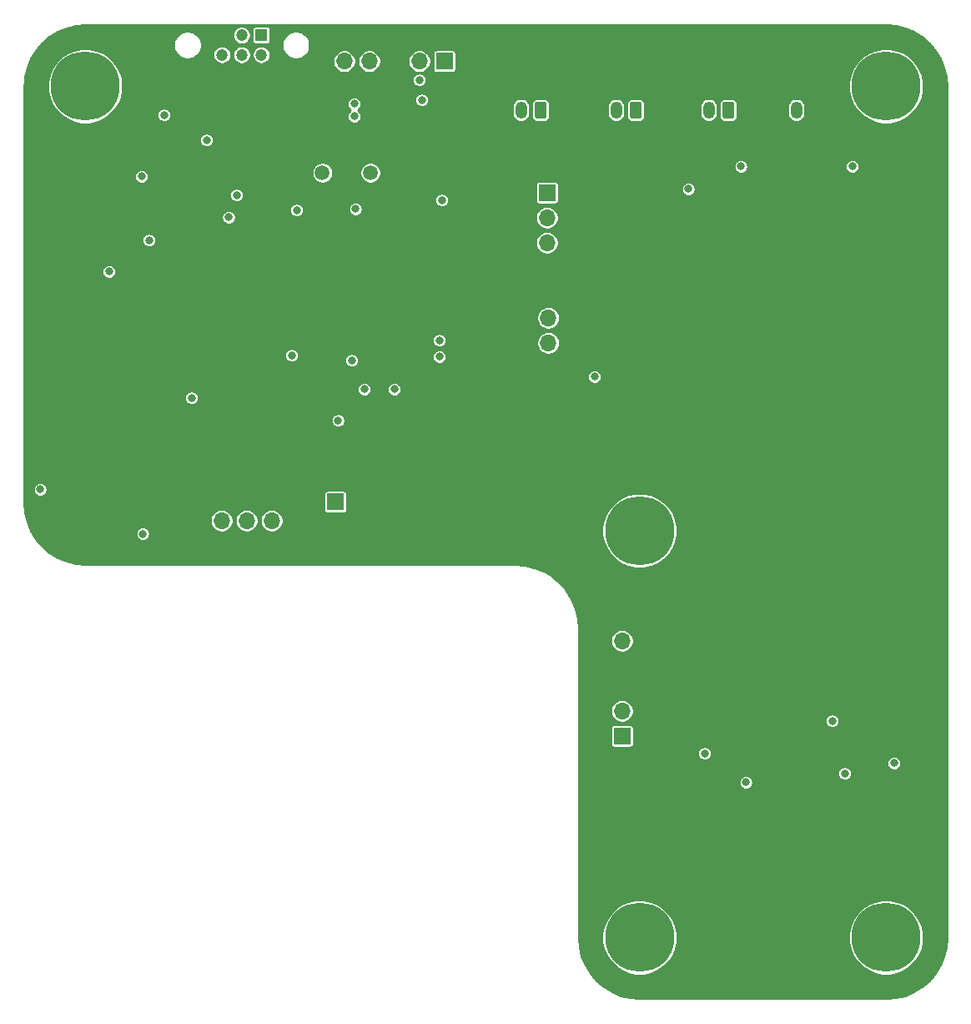
<source format=gbr>
%TF.GenerationSoftware,KiCad,Pcbnew,(5.1.9)-1*%
%TF.CreationDate,2021-07-10T09:55:13-04:00*%
%TF.ProjectId,detector_circuit,64657465-6374-46f7-925f-636972637569,rev?*%
%TF.SameCoordinates,Original*%
%TF.FileFunction,Copper,L2,Inr*%
%TF.FilePolarity,Positive*%
%FSLAX46Y46*%
G04 Gerber Fmt 4.6, Leading zero omitted, Abs format (unit mm)*
G04 Created by KiCad (PCBNEW (5.1.9)-1) date 2021-07-10 09:55:13*
%MOMM*%
%LPD*%
G01*
G04 APERTURE LIST*
%TA.AperFunction,ComponentPad*%
%ADD10C,7.000000*%
%TD*%
%TA.AperFunction,ComponentPad*%
%ADD11O,1.700000X1.700000*%
%TD*%
%TA.AperFunction,ComponentPad*%
%ADD12R,1.700000X1.700000*%
%TD*%
%TA.AperFunction,ComponentPad*%
%ADD13C,1.200000*%
%TD*%
%TA.AperFunction,ComponentPad*%
%ADD14R,1.200000X1.200000*%
%TD*%
%TA.AperFunction,ComponentPad*%
%ADD15C,1.500000*%
%TD*%
%TA.AperFunction,ComponentPad*%
%ADD16O,1.200000X1.750000*%
%TD*%
%TA.AperFunction,ViaPad*%
%ADD17C,0.800000*%
%TD*%
%TA.AperFunction,Conductor*%
%ADD18C,0.254000*%
%TD*%
%TA.AperFunction,Conductor*%
%ADD19C,0.100000*%
%TD*%
G04 APERTURE END LIST*
D10*
%TO.N,N/C*%
%TO.C,REF\u002A\u002A*%
X146431000Y-140970000D03*
%TD*%
D11*
%TO.N,/SIPM_OUT*%
%TO.C,J11*%
X104013000Y-98679000D03*
%TO.N,/DET_ADC*%
X106553000Y-98679000D03*
%TO.N,/AMP_OUT*%
X109093000Y-98679000D03*
D12*
%TO.N,GND*%
X111633000Y-98679000D03*
%TD*%
D11*
%TO.N,+4.7V*%
%TO.C,J2*%
X144653000Y-110871000D03*
D12*
%TO.N,GND*%
X144653000Y-108331000D03*
%TD*%
D10*
%TO.N,N/C*%
%TO.C,REF\u002A\u002A*%
X90170000Y-54610000D03*
%TD*%
%TO.N,N/C*%
%TO.C,REF\u002A\u002A*%
X171450000Y-54610000D03*
%TD*%
%TO.N,N/C*%
%TO.C,REF\u002A\u002A*%
X171450000Y-140970000D03*
%TD*%
%TO.N,N/C*%
%TO.C,REF\u002A\u002A*%
X146431000Y-99695000D03*
%TD*%
D13*
%TO.N,/Microcontroller [DO NOT PLACE]/CANH*%
%TO.C,J10*%
X108045000Y-51419000D03*
%TO.N,/Microcontroller [DO NOT PLACE]/CANL*%
X106045000Y-51419000D03*
%TO.N,N/C*%
X104045000Y-51419000D03*
%TO.N,GND*%
X104045000Y-49419000D03*
D14*
%TO.N,N/C*%
X108045000Y-49419000D03*
D13*
X106045000Y-49419000D03*
%TD*%
D15*
%TO.N,/Microcontroller [DO NOT PLACE]/OSC2*%
%TO.C,Y1*%
X114246000Y-63373000D03*
%TO.N,/Microcontroller [DO NOT PLACE]/OSC1*%
X119126000Y-63373000D03*
%TD*%
D12*
%TO.N,/Microcontroller [DO NOT PLACE]/MCLR*%
%TO.C,J1*%
X126619000Y-52070000D03*
D11*
%TO.N,+5V*%
X124079000Y-52070000D03*
%TO.N,GND*%
X121539000Y-52070000D03*
%TO.N,/Microcontroller [DO NOT PLACE]/ICSPDAT*%
X118999000Y-52070000D03*
%TO.N,/Microcontroller [DO NOT PLACE]/ICSPCLK*%
X116459000Y-52070000D03*
%TD*%
D16*
%TO.N,Net-(F6-Pad2)*%
%TO.C,J6*%
X162338000Y-57023000D03*
%TO.N,GND*%
%TA.AperFunction,ComponentPad*%
G36*
G01*
X164938000Y-56397999D02*
X164938000Y-57648001D01*
G75*
G02*
X164688001Y-57898000I-249999J0D01*
G01*
X163987999Y-57898000D01*
G75*
G02*
X163738000Y-57648001I0J249999D01*
G01*
X163738000Y-56397999D01*
G75*
G02*
X163987999Y-56148000I249999J0D01*
G01*
X164688001Y-56148000D01*
G75*
G02*
X164938000Y-56397999I0J-249999D01*
G01*
G37*
%TD.AperFunction*%
%TD*%
%TO.N,Net-(F5-Pad2)*%
%TO.C,J5*%
X153448000Y-57023000D03*
%TO.N,Net-(F6-Pad1)*%
%TA.AperFunction,ComponentPad*%
G36*
G01*
X156048000Y-56397999D02*
X156048000Y-57648001D01*
G75*
G02*
X155798001Y-57898000I-249999J0D01*
G01*
X155097999Y-57898000D01*
G75*
G02*
X154848000Y-57648001I0J249999D01*
G01*
X154848000Y-56397999D01*
G75*
G02*
X155097999Y-56148000I249999J0D01*
G01*
X155798001Y-56148000D01*
G75*
G02*
X156048000Y-56397999I0J-249999D01*
G01*
G37*
%TD.AperFunction*%
%TD*%
%TO.N,Net-(F4-Pad2)*%
%TO.C,J4*%
X144050000Y-57023000D03*
%TO.N,Net-(F5-Pad1)*%
%TA.AperFunction,ComponentPad*%
G36*
G01*
X146650000Y-56397999D02*
X146650000Y-57648001D01*
G75*
G02*
X146400001Y-57898000I-249999J0D01*
G01*
X145699999Y-57898000D01*
G75*
G02*
X145450000Y-57648001I0J249999D01*
G01*
X145450000Y-56397999D01*
G75*
G02*
X145699999Y-56148000I249999J0D01*
G01*
X146400001Y-56148000D01*
G75*
G02*
X146650000Y-56397999I0J-249999D01*
G01*
G37*
%TD.AperFunction*%
%TD*%
%TO.N,+BATT*%
%TO.C,J3*%
X134398000Y-57023000D03*
%TO.N,Net-(F4-Pad1)*%
%TA.AperFunction,ComponentPad*%
G36*
G01*
X136998000Y-56397999D02*
X136998000Y-57648001D01*
G75*
G02*
X136748001Y-57898000I-249999J0D01*
G01*
X136047999Y-57898000D01*
G75*
G02*
X135798000Y-57648001I0J249999D01*
G01*
X135798000Y-56397999D01*
G75*
G02*
X136047999Y-56148000I249999J0D01*
G01*
X136748001Y-56148000D01*
G75*
G02*
X136998000Y-56397999I0J-249999D01*
G01*
G37*
%TD.AperFunction*%
%TD*%
D11*
%TO.N,+36V*%
%TO.C,J9*%
X144653000Y-117983000D03*
D12*
%TO.N,/SIPM_OUT*%
X144653000Y-120523000D03*
%TD*%
D11*
%TO.N,+12V*%
%TO.C,JP2*%
X137033000Y-70485000D03*
%TO.N,Net-(C7-Pad1)*%
X137033000Y-67945000D03*
D12*
%TO.N,+BATT*%
X137033000Y-65405000D03*
%TD*%
D11*
%TO.N,Net-(F3-Pad2)*%
%TO.C,J7*%
X137160000Y-80645000D03*
%TO.N,Net-(F1-Pad2)*%
X137160000Y-78105000D03*
D12*
%TO.N,GND*%
X137160000Y-75565000D03*
%TD*%
%TO.N,Net-(R28-Pad2)*%
%TO.C,TP17*%
X115570000Y-96774000D03*
%TD*%
D17*
%TO.N,GND*%
X121920000Y-93091000D03*
X149098000Y-89027000D03*
X156654500Y-69278500D03*
X164338000Y-85471000D03*
X171323000Y-85471000D03*
X173863000Y-85471000D03*
X164973000Y-86741000D03*
X172593000Y-86741000D03*
X166243000Y-88011000D03*
X171323000Y-88011000D03*
X173863000Y-88011000D03*
X164973000Y-89281000D03*
X172593000Y-89281000D03*
X166243000Y-90551000D03*
X168783000Y-90551000D03*
X171323000Y-90551000D03*
X173863000Y-90551000D03*
X164973000Y-91821000D03*
X167513000Y-91821000D03*
X170053000Y-91821000D03*
X172593000Y-91821000D03*
X166243000Y-93091000D03*
X168783000Y-93091000D03*
X171323000Y-93091000D03*
X173863000Y-93091000D03*
X153035000Y-90424000D03*
X155575000Y-90424000D03*
X158115000Y-90424000D03*
X151765000Y-91694000D03*
X154305000Y-91694000D03*
X156845000Y-91694000D03*
X170053000Y-89281000D03*
X167513000Y-89281000D03*
X167513000Y-86741000D03*
X168783000Y-88011000D03*
X168783000Y-85471000D03*
X170053000Y-86741000D03*
X112522000Y-87249000D03*
X115824000Y-94107000D03*
X121920000Y-96139000D03*
X163195000Y-109855000D03*
X100203000Y-57531000D03*
X164338000Y-59817000D03*
X162306000Y-125222000D03*
X148463000Y-125095000D03*
X153035000Y-119761000D03*
X98298000Y-95631000D03*
X100965000Y-80391000D03*
X101854000Y-75057000D03*
X86868000Y-75565000D03*
X86868000Y-89408000D03*
X110553500Y-59372500D03*
X151765000Y-86614000D03*
X150495000Y-87884000D03*
X151765000Y-84074000D03*
X153035000Y-82804000D03*
X155575000Y-82804000D03*
X154305000Y-84074000D03*
X151765000Y-81534000D03*
X149225000Y-84074000D03*
X156845000Y-81534000D03*
X154305000Y-81534000D03*
X150495000Y-82804000D03*
X149225000Y-81534000D03*
X150495000Y-85344000D03*
X153035000Y-85344000D03*
X156845000Y-86614000D03*
X154305000Y-89154000D03*
X158115000Y-85344000D03*
X149225000Y-86614000D03*
X156845000Y-84074000D03*
X155575000Y-87884000D03*
X150495000Y-90424000D03*
X153035000Y-87884000D03*
X151765000Y-89154000D03*
X156845000Y-89154000D03*
X155575000Y-85344000D03*
X158115000Y-87884000D03*
X154305000Y-86614000D03*
X158115000Y-82804000D03*
X116205000Y-67056000D03*
X124650500Y-59880500D03*
X112268000Y-83947000D03*
X159004000Y-104140000D03*
X157734000Y-104775000D03*
X160274000Y-104140000D03*
X160812023Y-108808977D03*
X163449000Y-106934000D03*
X161544000Y-103505000D03*
X161544000Y-104775000D03*
X157734000Y-103505000D03*
X87249000Y-82296000D03*
X165989000Y-124968000D03*
X175768000Y-120904000D03*
X164211000Y-111633000D03*
X170561000Y-125095000D03*
X168656000Y-128778000D03*
X156210000Y-101219000D03*
X153788000Y-101210000D03*
X95168000Y-79629000D03*
X95168000Y-93771000D03*
X155448000Y-114808000D03*
X152400000Y-114681000D03*
X172729000Y-101609000D03*
X122174000Y-57467500D03*
X109093000Y-65659000D03*
X146558000Y-83947000D03*
X100203000Y-65786000D03*
X85788500Y-99504500D03*
X103505000Y-54483000D03*
X114300000Y-93853000D03*
X137922000Y-90424000D03*
X137922000Y-95504000D03*
X137922000Y-85344000D03*
%TO.N,+5V*%
X96647000Y-70231000D03*
X98171000Y-57531000D03*
X141859000Y-84074000D03*
X153035000Y-122301000D03*
X124079000Y-53975000D03*
X117221000Y-82423000D03*
X167259000Y-124333000D03*
X172255000Y-123274000D03*
X151384000Y-65024000D03*
X156718000Y-62738000D03*
X168021000Y-62738000D03*
X104724200Y-67894200D03*
X102489000Y-60071000D03*
X126365000Y-66167000D03*
X121539000Y-85344000D03*
X115824000Y-88519000D03*
X118491000Y-85344000D03*
%TO.N,+36V*%
X157226000Y-125222000D03*
%TO.N,+3V3*%
X85598000Y-95504000D03*
X100965000Y-86233000D03*
X95885000Y-63754000D03*
X92583000Y-73406000D03*
%TO.N,/Microcontroller [DO NOT PLACE]/ICSPCLK*%
X117475000Y-57658000D03*
X126111000Y-82042000D03*
%TO.N,/Microcontroller [DO NOT PLACE]/ICSPDAT*%
X126111000Y-80391000D03*
X117475000Y-56388000D03*
%TO.N,Net-(R6-Pad1)*%
X124333000Y-56007000D03*
%TO.N,/Microcontroller [DO NOT PLACE]/CS*%
X96012000Y-100012500D03*
X117602000Y-67056000D03*
%TO.N,/DET_ADC*%
X111125000Y-81915000D03*
%TO.N,/Microcontroller [DO NOT PLACE]/PIC_RX*%
X105537000Y-65659000D03*
%TO.N,/Microcontroller [DO NOT PLACE]/PIC_TX*%
X111633000Y-67183000D03*
%TO.N,+4.7V*%
X165989000Y-118999000D03*
%TD*%
D18*
%TO.N,GND*%
X172415585Y-48513540D02*
X173357388Y-48739647D01*
X174252239Y-49110307D01*
X175078075Y-49616379D01*
X175814583Y-50245417D01*
X176443620Y-50981925D01*
X176949694Y-51807764D01*
X177320353Y-52702612D01*
X177546460Y-53644420D01*
X177623000Y-54616950D01*
X177623001Y-140963037D01*
X177546460Y-141935580D01*
X177320353Y-142877388D01*
X176949694Y-143772236D01*
X176443620Y-144598075D01*
X175814583Y-145334583D01*
X175078075Y-145963621D01*
X174252239Y-146469693D01*
X173357388Y-146840353D01*
X172415585Y-147066460D01*
X171443051Y-147143000D01*
X146437950Y-147143000D01*
X145465420Y-147066460D01*
X144523612Y-146840353D01*
X143628764Y-146469694D01*
X142802925Y-145963620D01*
X142066417Y-145334583D01*
X141437379Y-144598075D01*
X140931307Y-143772239D01*
X140560647Y-142877388D01*
X140334540Y-141935585D01*
X140258000Y-140963051D01*
X140258000Y-140593073D01*
X142604000Y-140593073D01*
X142604000Y-141346927D01*
X142751070Y-142086295D01*
X143039557Y-142782764D01*
X143458375Y-143409570D01*
X143991430Y-143942625D01*
X144618236Y-144361443D01*
X145314705Y-144649930D01*
X146054073Y-144797000D01*
X146807927Y-144797000D01*
X147547295Y-144649930D01*
X148243764Y-144361443D01*
X148870570Y-143942625D01*
X149403625Y-143409570D01*
X149822443Y-142782764D01*
X150110930Y-142086295D01*
X150258000Y-141346927D01*
X150258000Y-140593073D01*
X167623000Y-140593073D01*
X167623000Y-141346927D01*
X167770070Y-142086295D01*
X168058557Y-142782764D01*
X168477375Y-143409570D01*
X169010430Y-143942625D01*
X169637236Y-144361443D01*
X170333705Y-144649930D01*
X171073073Y-144797000D01*
X171826927Y-144797000D01*
X172566295Y-144649930D01*
X173262764Y-144361443D01*
X173889570Y-143942625D01*
X174422625Y-143409570D01*
X174841443Y-142782764D01*
X175129930Y-142086295D01*
X175277000Y-141346927D01*
X175277000Y-140593073D01*
X175129930Y-139853705D01*
X174841443Y-139157236D01*
X174422625Y-138530430D01*
X173889570Y-137997375D01*
X173262764Y-137578557D01*
X172566295Y-137290070D01*
X171826927Y-137143000D01*
X171073073Y-137143000D01*
X170333705Y-137290070D01*
X169637236Y-137578557D01*
X169010430Y-137997375D01*
X168477375Y-138530430D01*
X168058557Y-139157236D01*
X167770070Y-139853705D01*
X167623000Y-140593073D01*
X150258000Y-140593073D01*
X150110930Y-139853705D01*
X149822443Y-139157236D01*
X149403625Y-138530430D01*
X148870570Y-137997375D01*
X148243764Y-137578557D01*
X147547295Y-137290070D01*
X146807927Y-137143000D01*
X146054073Y-137143000D01*
X145314705Y-137290070D01*
X144618236Y-137578557D01*
X143991430Y-137997375D01*
X143458375Y-138530430D01*
X143039557Y-139157236D01*
X142751070Y-139853705D01*
X142604000Y-140593073D01*
X140258000Y-140593073D01*
X140258000Y-125150397D01*
X156499000Y-125150397D01*
X156499000Y-125293603D01*
X156526938Y-125434058D01*
X156581741Y-125566364D01*
X156661302Y-125685436D01*
X156762564Y-125786698D01*
X156881636Y-125866259D01*
X157013942Y-125921062D01*
X157154397Y-125949000D01*
X157297603Y-125949000D01*
X157438058Y-125921062D01*
X157570364Y-125866259D01*
X157689436Y-125786698D01*
X157790698Y-125685436D01*
X157870259Y-125566364D01*
X157925062Y-125434058D01*
X157953000Y-125293603D01*
X157953000Y-125150397D01*
X157925062Y-125009942D01*
X157870259Y-124877636D01*
X157790698Y-124758564D01*
X157689436Y-124657302D01*
X157570364Y-124577741D01*
X157438058Y-124522938D01*
X157297603Y-124495000D01*
X157154397Y-124495000D01*
X157013942Y-124522938D01*
X156881636Y-124577741D01*
X156762564Y-124657302D01*
X156661302Y-124758564D01*
X156581741Y-124877636D01*
X156526938Y-125009942D01*
X156499000Y-125150397D01*
X140258000Y-125150397D01*
X140258000Y-124261397D01*
X166532000Y-124261397D01*
X166532000Y-124404603D01*
X166559938Y-124545058D01*
X166614741Y-124677364D01*
X166694302Y-124796436D01*
X166795564Y-124897698D01*
X166914636Y-124977259D01*
X167046942Y-125032062D01*
X167187397Y-125060000D01*
X167330603Y-125060000D01*
X167471058Y-125032062D01*
X167603364Y-124977259D01*
X167722436Y-124897698D01*
X167823698Y-124796436D01*
X167903259Y-124677364D01*
X167958062Y-124545058D01*
X167986000Y-124404603D01*
X167986000Y-124261397D01*
X167958062Y-124120942D01*
X167903259Y-123988636D01*
X167823698Y-123869564D01*
X167722436Y-123768302D01*
X167603364Y-123688741D01*
X167471058Y-123633938D01*
X167330603Y-123606000D01*
X167187397Y-123606000D01*
X167046942Y-123633938D01*
X166914636Y-123688741D01*
X166795564Y-123768302D01*
X166694302Y-123869564D01*
X166614741Y-123988636D01*
X166559938Y-124120942D01*
X166532000Y-124261397D01*
X140258000Y-124261397D01*
X140258000Y-123202397D01*
X171528000Y-123202397D01*
X171528000Y-123345603D01*
X171555938Y-123486058D01*
X171610741Y-123618364D01*
X171690302Y-123737436D01*
X171791564Y-123838698D01*
X171910636Y-123918259D01*
X172042942Y-123973062D01*
X172183397Y-124001000D01*
X172326603Y-124001000D01*
X172467058Y-123973062D01*
X172599364Y-123918259D01*
X172718436Y-123838698D01*
X172819698Y-123737436D01*
X172899259Y-123618364D01*
X172954062Y-123486058D01*
X172982000Y-123345603D01*
X172982000Y-123202397D01*
X172954062Y-123061942D01*
X172899259Y-122929636D01*
X172819698Y-122810564D01*
X172718436Y-122709302D01*
X172599364Y-122629741D01*
X172467058Y-122574938D01*
X172326603Y-122547000D01*
X172183397Y-122547000D01*
X172042942Y-122574938D01*
X171910636Y-122629741D01*
X171791564Y-122709302D01*
X171690302Y-122810564D01*
X171610741Y-122929636D01*
X171555938Y-123061942D01*
X171528000Y-123202397D01*
X140258000Y-123202397D01*
X140258000Y-122229397D01*
X152308000Y-122229397D01*
X152308000Y-122372603D01*
X152335938Y-122513058D01*
X152390741Y-122645364D01*
X152470302Y-122764436D01*
X152571564Y-122865698D01*
X152690636Y-122945259D01*
X152822942Y-123000062D01*
X152963397Y-123028000D01*
X153106603Y-123028000D01*
X153247058Y-123000062D01*
X153379364Y-122945259D01*
X153498436Y-122865698D01*
X153599698Y-122764436D01*
X153679259Y-122645364D01*
X153734062Y-122513058D01*
X153762000Y-122372603D01*
X153762000Y-122229397D01*
X153734062Y-122088942D01*
X153679259Y-121956636D01*
X153599698Y-121837564D01*
X153498436Y-121736302D01*
X153379364Y-121656741D01*
X153247058Y-121601938D01*
X153106603Y-121574000D01*
X152963397Y-121574000D01*
X152822942Y-121601938D01*
X152690636Y-121656741D01*
X152571564Y-121736302D01*
X152470302Y-121837564D01*
X152390741Y-121956636D01*
X152335938Y-122088942D01*
X152308000Y-122229397D01*
X140258000Y-122229397D01*
X140258000Y-119673000D01*
X143474418Y-119673000D01*
X143474418Y-121373000D01*
X143480732Y-121437103D01*
X143499430Y-121498743D01*
X143529794Y-121555550D01*
X143570657Y-121605343D01*
X143620450Y-121646206D01*
X143677257Y-121676570D01*
X143738897Y-121695268D01*
X143803000Y-121701582D01*
X145503000Y-121701582D01*
X145567103Y-121695268D01*
X145628743Y-121676570D01*
X145685550Y-121646206D01*
X145735343Y-121605343D01*
X145776206Y-121555550D01*
X145806570Y-121498743D01*
X145825268Y-121437103D01*
X145831582Y-121373000D01*
X145831582Y-119673000D01*
X145825268Y-119608897D01*
X145806570Y-119547257D01*
X145776206Y-119490450D01*
X145735343Y-119440657D01*
X145685550Y-119399794D01*
X145628743Y-119369430D01*
X145567103Y-119350732D01*
X145503000Y-119344418D01*
X143803000Y-119344418D01*
X143738897Y-119350732D01*
X143677257Y-119369430D01*
X143620450Y-119399794D01*
X143570657Y-119440657D01*
X143529794Y-119490450D01*
X143499430Y-119547257D01*
X143480732Y-119608897D01*
X143474418Y-119673000D01*
X140258000Y-119673000D01*
X140258000Y-117867076D01*
X143476000Y-117867076D01*
X143476000Y-118098924D01*
X143521231Y-118326318D01*
X143609956Y-118540519D01*
X143738764Y-118733294D01*
X143902706Y-118897236D01*
X144095481Y-119026044D01*
X144309682Y-119114769D01*
X144537076Y-119160000D01*
X144768924Y-119160000D01*
X144996318Y-119114769D01*
X145210519Y-119026044D01*
X145358154Y-118927397D01*
X165262000Y-118927397D01*
X165262000Y-119070603D01*
X165289938Y-119211058D01*
X165344741Y-119343364D01*
X165424302Y-119462436D01*
X165525564Y-119563698D01*
X165644636Y-119643259D01*
X165776942Y-119698062D01*
X165917397Y-119726000D01*
X166060603Y-119726000D01*
X166201058Y-119698062D01*
X166333364Y-119643259D01*
X166452436Y-119563698D01*
X166553698Y-119462436D01*
X166633259Y-119343364D01*
X166688062Y-119211058D01*
X166716000Y-119070603D01*
X166716000Y-118927397D01*
X166688062Y-118786942D01*
X166633259Y-118654636D01*
X166553698Y-118535564D01*
X166452436Y-118434302D01*
X166333364Y-118354741D01*
X166201058Y-118299938D01*
X166060603Y-118272000D01*
X165917397Y-118272000D01*
X165776942Y-118299938D01*
X165644636Y-118354741D01*
X165525564Y-118434302D01*
X165424302Y-118535564D01*
X165344741Y-118654636D01*
X165289938Y-118786942D01*
X165262000Y-118927397D01*
X145358154Y-118927397D01*
X145403294Y-118897236D01*
X145567236Y-118733294D01*
X145696044Y-118540519D01*
X145784769Y-118326318D01*
X145830000Y-118098924D01*
X145830000Y-117867076D01*
X145784769Y-117639682D01*
X145696044Y-117425481D01*
X145567236Y-117232706D01*
X145403294Y-117068764D01*
X145210519Y-116939956D01*
X144996318Y-116851231D01*
X144768924Y-116806000D01*
X144537076Y-116806000D01*
X144309682Y-116851231D01*
X144095481Y-116939956D01*
X143902706Y-117068764D01*
X143738764Y-117232706D01*
X143609956Y-117425481D01*
X143521231Y-117639682D01*
X143476000Y-117867076D01*
X140258000Y-117867076D01*
X140258000Y-110755076D01*
X143476000Y-110755076D01*
X143476000Y-110986924D01*
X143521231Y-111214318D01*
X143609956Y-111428519D01*
X143738764Y-111621294D01*
X143902706Y-111785236D01*
X144095481Y-111914044D01*
X144309682Y-112002769D01*
X144537076Y-112048000D01*
X144768924Y-112048000D01*
X144996318Y-112002769D01*
X145210519Y-111914044D01*
X145403294Y-111785236D01*
X145567236Y-111621294D01*
X145696044Y-111428519D01*
X145784769Y-111214318D01*
X145830000Y-110986924D01*
X145830000Y-110755076D01*
X145784769Y-110527682D01*
X145696044Y-110313481D01*
X145567236Y-110120706D01*
X145403294Y-109956764D01*
X145210519Y-109827956D01*
X144996318Y-109739231D01*
X144768924Y-109694000D01*
X144537076Y-109694000D01*
X144309682Y-109739231D01*
X144095481Y-109827956D01*
X143902706Y-109956764D01*
X143738764Y-110120706D01*
X143609956Y-110313481D01*
X143521231Y-110527682D01*
X143476000Y-110755076D01*
X140258000Y-110755076D01*
X140258000Y-109592308D01*
X140257317Y-109585373D01*
X140179275Y-108593754D01*
X140174931Y-108566321D01*
X140174927Y-108566309D01*
X139942321Y-107597434D01*
X139942319Y-107597422D01*
X139933736Y-107571007D01*
X139552418Y-106650425D01*
X139539808Y-106625678D01*
X139019181Y-105776092D01*
X139019176Y-105776082D01*
X139002850Y-105753612D01*
X138355720Y-104995920D01*
X138336080Y-104976280D01*
X137578395Y-104329156D01*
X137578389Y-104329150D01*
X137555919Y-104312825D01*
X137555918Y-104312824D01*
X137555914Y-104312822D01*
X136706328Y-103792196D01*
X136706323Y-103792192D01*
X136681575Y-103779582D01*
X135760993Y-103398264D01*
X135734578Y-103389681D01*
X135734575Y-103389681D01*
X134765691Y-103157073D01*
X134765679Y-103157069D01*
X134750783Y-103154710D01*
X134738246Y-103152724D01*
X134738234Y-103152724D01*
X133746627Y-103074683D01*
X133739692Y-103074000D01*
X90176950Y-103074000D01*
X89204420Y-102997460D01*
X88262612Y-102771353D01*
X87367764Y-102400694D01*
X86541925Y-101894620D01*
X85805417Y-101265583D01*
X85176379Y-100529075D01*
X84815944Y-99940897D01*
X95285000Y-99940897D01*
X95285000Y-100084103D01*
X95312938Y-100224558D01*
X95367741Y-100356864D01*
X95447302Y-100475936D01*
X95548564Y-100577198D01*
X95667636Y-100656759D01*
X95799942Y-100711562D01*
X95940397Y-100739500D01*
X96083603Y-100739500D01*
X96224058Y-100711562D01*
X96356364Y-100656759D01*
X96475436Y-100577198D01*
X96576698Y-100475936D01*
X96656259Y-100356864D01*
X96711062Y-100224558D01*
X96739000Y-100084103D01*
X96739000Y-99940897D01*
X96711062Y-99800442D01*
X96656259Y-99668136D01*
X96576698Y-99549064D01*
X96475436Y-99447802D01*
X96356364Y-99368241D01*
X96224058Y-99313438D01*
X96083603Y-99285500D01*
X95940397Y-99285500D01*
X95799942Y-99313438D01*
X95667636Y-99368241D01*
X95548564Y-99447802D01*
X95447302Y-99549064D01*
X95367741Y-99668136D01*
X95312938Y-99800442D01*
X95285000Y-99940897D01*
X84815944Y-99940897D01*
X84670307Y-99703239D01*
X84299647Y-98808388D01*
X84240753Y-98563076D01*
X102836000Y-98563076D01*
X102836000Y-98794924D01*
X102881231Y-99022318D01*
X102969956Y-99236519D01*
X103098764Y-99429294D01*
X103262706Y-99593236D01*
X103455481Y-99722044D01*
X103669682Y-99810769D01*
X103897076Y-99856000D01*
X104128924Y-99856000D01*
X104356318Y-99810769D01*
X104570519Y-99722044D01*
X104763294Y-99593236D01*
X104927236Y-99429294D01*
X105056044Y-99236519D01*
X105144769Y-99022318D01*
X105190000Y-98794924D01*
X105190000Y-98563076D01*
X105376000Y-98563076D01*
X105376000Y-98794924D01*
X105421231Y-99022318D01*
X105509956Y-99236519D01*
X105638764Y-99429294D01*
X105802706Y-99593236D01*
X105995481Y-99722044D01*
X106209682Y-99810769D01*
X106437076Y-99856000D01*
X106668924Y-99856000D01*
X106896318Y-99810769D01*
X107110519Y-99722044D01*
X107303294Y-99593236D01*
X107467236Y-99429294D01*
X107596044Y-99236519D01*
X107684769Y-99022318D01*
X107730000Y-98794924D01*
X107730000Y-98563076D01*
X107916000Y-98563076D01*
X107916000Y-98794924D01*
X107961231Y-99022318D01*
X108049956Y-99236519D01*
X108178764Y-99429294D01*
X108342706Y-99593236D01*
X108535481Y-99722044D01*
X108749682Y-99810769D01*
X108977076Y-99856000D01*
X109208924Y-99856000D01*
X109436318Y-99810769D01*
X109650519Y-99722044D01*
X109843294Y-99593236D01*
X110007236Y-99429294D01*
X110081551Y-99318073D01*
X142604000Y-99318073D01*
X142604000Y-100071927D01*
X142751070Y-100811295D01*
X143039557Y-101507764D01*
X143458375Y-102134570D01*
X143991430Y-102667625D01*
X144618236Y-103086443D01*
X145314705Y-103374930D01*
X146054073Y-103522000D01*
X146807927Y-103522000D01*
X147547295Y-103374930D01*
X148243764Y-103086443D01*
X148870570Y-102667625D01*
X149403625Y-102134570D01*
X149822443Y-101507764D01*
X150110930Y-100811295D01*
X150258000Y-100071927D01*
X150258000Y-99318073D01*
X150110930Y-98578705D01*
X149822443Y-97882236D01*
X149403625Y-97255430D01*
X148870570Y-96722375D01*
X148243764Y-96303557D01*
X147547295Y-96015070D01*
X146807927Y-95868000D01*
X146054073Y-95868000D01*
X145314705Y-96015070D01*
X144618236Y-96303557D01*
X143991430Y-96722375D01*
X143458375Y-97255430D01*
X143039557Y-97882236D01*
X142751070Y-98578705D01*
X142604000Y-99318073D01*
X110081551Y-99318073D01*
X110136044Y-99236519D01*
X110224769Y-99022318D01*
X110270000Y-98794924D01*
X110270000Y-98563076D01*
X110224769Y-98335682D01*
X110136044Y-98121481D01*
X110007236Y-97928706D01*
X109843294Y-97764764D01*
X109650519Y-97635956D01*
X109436318Y-97547231D01*
X109208924Y-97502000D01*
X108977076Y-97502000D01*
X108749682Y-97547231D01*
X108535481Y-97635956D01*
X108342706Y-97764764D01*
X108178764Y-97928706D01*
X108049956Y-98121481D01*
X107961231Y-98335682D01*
X107916000Y-98563076D01*
X107730000Y-98563076D01*
X107684769Y-98335682D01*
X107596044Y-98121481D01*
X107467236Y-97928706D01*
X107303294Y-97764764D01*
X107110519Y-97635956D01*
X106896318Y-97547231D01*
X106668924Y-97502000D01*
X106437076Y-97502000D01*
X106209682Y-97547231D01*
X105995481Y-97635956D01*
X105802706Y-97764764D01*
X105638764Y-97928706D01*
X105509956Y-98121481D01*
X105421231Y-98335682D01*
X105376000Y-98563076D01*
X105190000Y-98563076D01*
X105144769Y-98335682D01*
X105056044Y-98121481D01*
X104927236Y-97928706D01*
X104763294Y-97764764D01*
X104570519Y-97635956D01*
X104356318Y-97547231D01*
X104128924Y-97502000D01*
X103897076Y-97502000D01*
X103669682Y-97547231D01*
X103455481Y-97635956D01*
X103262706Y-97764764D01*
X103098764Y-97928706D01*
X102969956Y-98121481D01*
X102881231Y-98335682D01*
X102836000Y-98563076D01*
X84240753Y-98563076D01*
X84073540Y-97866585D01*
X83997000Y-96894051D01*
X83997000Y-95432397D01*
X84871000Y-95432397D01*
X84871000Y-95575603D01*
X84898938Y-95716058D01*
X84953741Y-95848364D01*
X85033302Y-95967436D01*
X85134564Y-96068698D01*
X85253636Y-96148259D01*
X85385942Y-96203062D01*
X85526397Y-96231000D01*
X85669603Y-96231000D01*
X85810058Y-96203062D01*
X85942364Y-96148259D01*
X86061436Y-96068698D01*
X86162698Y-95967436D01*
X86191720Y-95924000D01*
X114391418Y-95924000D01*
X114391418Y-97624000D01*
X114397732Y-97688103D01*
X114416430Y-97749743D01*
X114446794Y-97806550D01*
X114487657Y-97856343D01*
X114537450Y-97897206D01*
X114594257Y-97927570D01*
X114655897Y-97946268D01*
X114720000Y-97952582D01*
X116420000Y-97952582D01*
X116484103Y-97946268D01*
X116545743Y-97927570D01*
X116602550Y-97897206D01*
X116652343Y-97856343D01*
X116693206Y-97806550D01*
X116723570Y-97749743D01*
X116742268Y-97688103D01*
X116748582Y-97624000D01*
X116748582Y-95924000D01*
X116742268Y-95859897D01*
X116723570Y-95798257D01*
X116693206Y-95741450D01*
X116652343Y-95691657D01*
X116602550Y-95650794D01*
X116545743Y-95620430D01*
X116484103Y-95601732D01*
X116420000Y-95595418D01*
X114720000Y-95595418D01*
X114655897Y-95601732D01*
X114594257Y-95620430D01*
X114537450Y-95650794D01*
X114487657Y-95691657D01*
X114446794Y-95741450D01*
X114416430Y-95798257D01*
X114397732Y-95859897D01*
X114391418Y-95924000D01*
X86191720Y-95924000D01*
X86242259Y-95848364D01*
X86297062Y-95716058D01*
X86325000Y-95575603D01*
X86325000Y-95432397D01*
X86297062Y-95291942D01*
X86242259Y-95159636D01*
X86162698Y-95040564D01*
X86061436Y-94939302D01*
X85942364Y-94859741D01*
X85810058Y-94804938D01*
X85669603Y-94777000D01*
X85526397Y-94777000D01*
X85385942Y-94804938D01*
X85253636Y-94859741D01*
X85134564Y-94939302D01*
X85033302Y-95040564D01*
X84953741Y-95159636D01*
X84898938Y-95291942D01*
X84871000Y-95432397D01*
X83997000Y-95432397D01*
X83997000Y-88447397D01*
X115097000Y-88447397D01*
X115097000Y-88590603D01*
X115124938Y-88731058D01*
X115179741Y-88863364D01*
X115259302Y-88982436D01*
X115360564Y-89083698D01*
X115479636Y-89163259D01*
X115611942Y-89218062D01*
X115752397Y-89246000D01*
X115895603Y-89246000D01*
X116036058Y-89218062D01*
X116168364Y-89163259D01*
X116287436Y-89083698D01*
X116388698Y-88982436D01*
X116468259Y-88863364D01*
X116523062Y-88731058D01*
X116551000Y-88590603D01*
X116551000Y-88447397D01*
X116523062Y-88306942D01*
X116468259Y-88174636D01*
X116388698Y-88055564D01*
X116287436Y-87954302D01*
X116168364Y-87874741D01*
X116036058Y-87819938D01*
X115895603Y-87792000D01*
X115752397Y-87792000D01*
X115611942Y-87819938D01*
X115479636Y-87874741D01*
X115360564Y-87954302D01*
X115259302Y-88055564D01*
X115179741Y-88174636D01*
X115124938Y-88306942D01*
X115097000Y-88447397D01*
X83997000Y-88447397D01*
X83997000Y-86161397D01*
X100238000Y-86161397D01*
X100238000Y-86304603D01*
X100265938Y-86445058D01*
X100320741Y-86577364D01*
X100400302Y-86696436D01*
X100501564Y-86797698D01*
X100620636Y-86877259D01*
X100752942Y-86932062D01*
X100893397Y-86960000D01*
X101036603Y-86960000D01*
X101177058Y-86932062D01*
X101309364Y-86877259D01*
X101428436Y-86797698D01*
X101529698Y-86696436D01*
X101609259Y-86577364D01*
X101664062Y-86445058D01*
X101692000Y-86304603D01*
X101692000Y-86161397D01*
X101664062Y-86020942D01*
X101609259Y-85888636D01*
X101529698Y-85769564D01*
X101428436Y-85668302D01*
X101309364Y-85588741D01*
X101177058Y-85533938D01*
X101036603Y-85506000D01*
X100893397Y-85506000D01*
X100752942Y-85533938D01*
X100620636Y-85588741D01*
X100501564Y-85668302D01*
X100400302Y-85769564D01*
X100320741Y-85888636D01*
X100265938Y-86020942D01*
X100238000Y-86161397D01*
X83997000Y-86161397D01*
X83997000Y-85272397D01*
X117764000Y-85272397D01*
X117764000Y-85415603D01*
X117791938Y-85556058D01*
X117846741Y-85688364D01*
X117926302Y-85807436D01*
X118027564Y-85908698D01*
X118146636Y-85988259D01*
X118278942Y-86043062D01*
X118419397Y-86071000D01*
X118562603Y-86071000D01*
X118703058Y-86043062D01*
X118835364Y-85988259D01*
X118954436Y-85908698D01*
X119055698Y-85807436D01*
X119135259Y-85688364D01*
X119190062Y-85556058D01*
X119218000Y-85415603D01*
X119218000Y-85272397D01*
X120812000Y-85272397D01*
X120812000Y-85415603D01*
X120839938Y-85556058D01*
X120894741Y-85688364D01*
X120974302Y-85807436D01*
X121075564Y-85908698D01*
X121194636Y-85988259D01*
X121326942Y-86043062D01*
X121467397Y-86071000D01*
X121610603Y-86071000D01*
X121751058Y-86043062D01*
X121883364Y-85988259D01*
X122002436Y-85908698D01*
X122103698Y-85807436D01*
X122183259Y-85688364D01*
X122238062Y-85556058D01*
X122266000Y-85415603D01*
X122266000Y-85272397D01*
X122238062Y-85131942D01*
X122183259Y-84999636D01*
X122103698Y-84880564D01*
X122002436Y-84779302D01*
X121883364Y-84699741D01*
X121751058Y-84644938D01*
X121610603Y-84617000D01*
X121467397Y-84617000D01*
X121326942Y-84644938D01*
X121194636Y-84699741D01*
X121075564Y-84779302D01*
X120974302Y-84880564D01*
X120894741Y-84999636D01*
X120839938Y-85131942D01*
X120812000Y-85272397D01*
X119218000Y-85272397D01*
X119190062Y-85131942D01*
X119135259Y-84999636D01*
X119055698Y-84880564D01*
X118954436Y-84779302D01*
X118835364Y-84699741D01*
X118703058Y-84644938D01*
X118562603Y-84617000D01*
X118419397Y-84617000D01*
X118278942Y-84644938D01*
X118146636Y-84699741D01*
X118027564Y-84779302D01*
X117926302Y-84880564D01*
X117846741Y-84999636D01*
X117791938Y-85131942D01*
X117764000Y-85272397D01*
X83997000Y-85272397D01*
X83997000Y-84002397D01*
X141132000Y-84002397D01*
X141132000Y-84145603D01*
X141159938Y-84286058D01*
X141214741Y-84418364D01*
X141294302Y-84537436D01*
X141395564Y-84638698D01*
X141514636Y-84718259D01*
X141646942Y-84773062D01*
X141787397Y-84801000D01*
X141930603Y-84801000D01*
X142071058Y-84773062D01*
X142203364Y-84718259D01*
X142322436Y-84638698D01*
X142423698Y-84537436D01*
X142503259Y-84418364D01*
X142558062Y-84286058D01*
X142586000Y-84145603D01*
X142586000Y-84002397D01*
X142558062Y-83861942D01*
X142503259Y-83729636D01*
X142423698Y-83610564D01*
X142322436Y-83509302D01*
X142203364Y-83429741D01*
X142071058Y-83374938D01*
X141930603Y-83347000D01*
X141787397Y-83347000D01*
X141646942Y-83374938D01*
X141514636Y-83429741D01*
X141395564Y-83509302D01*
X141294302Y-83610564D01*
X141214741Y-83729636D01*
X141159938Y-83861942D01*
X141132000Y-84002397D01*
X83997000Y-84002397D01*
X83997000Y-81843397D01*
X110398000Y-81843397D01*
X110398000Y-81986603D01*
X110425938Y-82127058D01*
X110480741Y-82259364D01*
X110560302Y-82378436D01*
X110661564Y-82479698D01*
X110780636Y-82559259D01*
X110912942Y-82614062D01*
X111053397Y-82642000D01*
X111196603Y-82642000D01*
X111337058Y-82614062D01*
X111469364Y-82559259D01*
X111588436Y-82479698D01*
X111689698Y-82378436D01*
X111707764Y-82351397D01*
X116494000Y-82351397D01*
X116494000Y-82494603D01*
X116521938Y-82635058D01*
X116576741Y-82767364D01*
X116656302Y-82886436D01*
X116757564Y-82987698D01*
X116876636Y-83067259D01*
X117008942Y-83122062D01*
X117149397Y-83150000D01*
X117292603Y-83150000D01*
X117433058Y-83122062D01*
X117565364Y-83067259D01*
X117684436Y-82987698D01*
X117785698Y-82886436D01*
X117865259Y-82767364D01*
X117920062Y-82635058D01*
X117948000Y-82494603D01*
X117948000Y-82351397D01*
X117920062Y-82210942D01*
X117865259Y-82078636D01*
X117792937Y-81970397D01*
X125384000Y-81970397D01*
X125384000Y-82113603D01*
X125411938Y-82254058D01*
X125466741Y-82386364D01*
X125546302Y-82505436D01*
X125647564Y-82606698D01*
X125766636Y-82686259D01*
X125898942Y-82741062D01*
X126039397Y-82769000D01*
X126182603Y-82769000D01*
X126323058Y-82741062D01*
X126455364Y-82686259D01*
X126574436Y-82606698D01*
X126675698Y-82505436D01*
X126755259Y-82386364D01*
X126810062Y-82254058D01*
X126838000Y-82113603D01*
X126838000Y-81970397D01*
X126810062Y-81829942D01*
X126755259Y-81697636D01*
X126675698Y-81578564D01*
X126574436Y-81477302D01*
X126455364Y-81397741D01*
X126323058Y-81342938D01*
X126182603Y-81315000D01*
X126039397Y-81315000D01*
X125898942Y-81342938D01*
X125766636Y-81397741D01*
X125647564Y-81477302D01*
X125546302Y-81578564D01*
X125466741Y-81697636D01*
X125411938Y-81829942D01*
X125384000Y-81970397D01*
X117792937Y-81970397D01*
X117785698Y-81959564D01*
X117684436Y-81858302D01*
X117565364Y-81778741D01*
X117433058Y-81723938D01*
X117292603Y-81696000D01*
X117149397Y-81696000D01*
X117008942Y-81723938D01*
X116876636Y-81778741D01*
X116757564Y-81858302D01*
X116656302Y-81959564D01*
X116576741Y-82078636D01*
X116521938Y-82210942D01*
X116494000Y-82351397D01*
X111707764Y-82351397D01*
X111769259Y-82259364D01*
X111824062Y-82127058D01*
X111852000Y-81986603D01*
X111852000Y-81843397D01*
X111824062Y-81702942D01*
X111769259Y-81570636D01*
X111689698Y-81451564D01*
X111588436Y-81350302D01*
X111469364Y-81270741D01*
X111337058Y-81215938D01*
X111196603Y-81188000D01*
X111053397Y-81188000D01*
X110912942Y-81215938D01*
X110780636Y-81270741D01*
X110661564Y-81350302D01*
X110560302Y-81451564D01*
X110480741Y-81570636D01*
X110425938Y-81702942D01*
X110398000Y-81843397D01*
X83997000Y-81843397D01*
X83997000Y-80319397D01*
X125384000Y-80319397D01*
X125384000Y-80462603D01*
X125411938Y-80603058D01*
X125466741Y-80735364D01*
X125546302Y-80854436D01*
X125647564Y-80955698D01*
X125766636Y-81035259D01*
X125898942Y-81090062D01*
X126039397Y-81118000D01*
X126182603Y-81118000D01*
X126323058Y-81090062D01*
X126455364Y-81035259D01*
X126574436Y-80955698D01*
X126675698Y-80854436D01*
X126755259Y-80735364D01*
X126810062Y-80603058D01*
X126824777Y-80529076D01*
X135983000Y-80529076D01*
X135983000Y-80760924D01*
X136028231Y-80988318D01*
X136116956Y-81202519D01*
X136245764Y-81395294D01*
X136409706Y-81559236D01*
X136602481Y-81688044D01*
X136816682Y-81776769D01*
X137044076Y-81822000D01*
X137275924Y-81822000D01*
X137503318Y-81776769D01*
X137717519Y-81688044D01*
X137910294Y-81559236D01*
X138074236Y-81395294D01*
X138203044Y-81202519D01*
X138291769Y-80988318D01*
X138337000Y-80760924D01*
X138337000Y-80529076D01*
X138291769Y-80301682D01*
X138203044Y-80087481D01*
X138074236Y-79894706D01*
X137910294Y-79730764D01*
X137717519Y-79601956D01*
X137503318Y-79513231D01*
X137275924Y-79468000D01*
X137044076Y-79468000D01*
X136816682Y-79513231D01*
X136602481Y-79601956D01*
X136409706Y-79730764D01*
X136245764Y-79894706D01*
X136116956Y-80087481D01*
X136028231Y-80301682D01*
X135983000Y-80529076D01*
X126824777Y-80529076D01*
X126838000Y-80462603D01*
X126838000Y-80319397D01*
X126810062Y-80178942D01*
X126755259Y-80046636D01*
X126675698Y-79927564D01*
X126574436Y-79826302D01*
X126455364Y-79746741D01*
X126323058Y-79691938D01*
X126182603Y-79664000D01*
X126039397Y-79664000D01*
X125898942Y-79691938D01*
X125766636Y-79746741D01*
X125647564Y-79826302D01*
X125546302Y-79927564D01*
X125466741Y-80046636D01*
X125411938Y-80178942D01*
X125384000Y-80319397D01*
X83997000Y-80319397D01*
X83997000Y-77989076D01*
X135983000Y-77989076D01*
X135983000Y-78220924D01*
X136028231Y-78448318D01*
X136116956Y-78662519D01*
X136245764Y-78855294D01*
X136409706Y-79019236D01*
X136602481Y-79148044D01*
X136816682Y-79236769D01*
X137044076Y-79282000D01*
X137275924Y-79282000D01*
X137503318Y-79236769D01*
X137717519Y-79148044D01*
X137910294Y-79019236D01*
X138074236Y-78855294D01*
X138203044Y-78662519D01*
X138291769Y-78448318D01*
X138337000Y-78220924D01*
X138337000Y-77989076D01*
X138291769Y-77761682D01*
X138203044Y-77547481D01*
X138074236Y-77354706D01*
X137910294Y-77190764D01*
X137717519Y-77061956D01*
X137503318Y-76973231D01*
X137275924Y-76928000D01*
X137044076Y-76928000D01*
X136816682Y-76973231D01*
X136602481Y-77061956D01*
X136409706Y-77190764D01*
X136245764Y-77354706D01*
X136116956Y-77547481D01*
X136028231Y-77761682D01*
X135983000Y-77989076D01*
X83997000Y-77989076D01*
X83997000Y-73334397D01*
X91856000Y-73334397D01*
X91856000Y-73477603D01*
X91883938Y-73618058D01*
X91938741Y-73750364D01*
X92018302Y-73869436D01*
X92119564Y-73970698D01*
X92238636Y-74050259D01*
X92370942Y-74105062D01*
X92511397Y-74133000D01*
X92654603Y-74133000D01*
X92795058Y-74105062D01*
X92927364Y-74050259D01*
X93046436Y-73970698D01*
X93147698Y-73869436D01*
X93227259Y-73750364D01*
X93282062Y-73618058D01*
X93310000Y-73477603D01*
X93310000Y-73334397D01*
X93282062Y-73193942D01*
X93227259Y-73061636D01*
X93147698Y-72942564D01*
X93046436Y-72841302D01*
X92927364Y-72761741D01*
X92795058Y-72706938D01*
X92654603Y-72679000D01*
X92511397Y-72679000D01*
X92370942Y-72706938D01*
X92238636Y-72761741D01*
X92119564Y-72841302D01*
X92018302Y-72942564D01*
X91938741Y-73061636D01*
X91883938Y-73193942D01*
X91856000Y-73334397D01*
X83997000Y-73334397D01*
X83997000Y-70159397D01*
X95920000Y-70159397D01*
X95920000Y-70302603D01*
X95947938Y-70443058D01*
X96002741Y-70575364D01*
X96082302Y-70694436D01*
X96183564Y-70795698D01*
X96302636Y-70875259D01*
X96434942Y-70930062D01*
X96575397Y-70958000D01*
X96718603Y-70958000D01*
X96859058Y-70930062D01*
X96991364Y-70875259D01*
X97110436Y-70795698D01*
X97211698Y-70694436D01*
X97291259Y-70575364D01*
X97346062Y-70443058D01*
X97360777Y-70369076D01*
X135856000Y-70369076D01*
X135856000Y-70600924D01*
X135901231Y-70828318D01*
X135989956Y-71042519D01*
X136118764Y-71235294D01*
X136282706Y-71399236D01*
X136475481Y-71528044D01*
X136689682Y-71616769D01*
X136917076Y-71662000D01*
X137148924Y-71662000D01*
X137376318Y-71616769D01*
X137590519Y-71528044D01*
X137783294Y-71399236D01*
X137947236Y-71235294D01*
X138076044Y-71042519D01*
X138164769Y-70828318D01*
X138210000Y-70600924D01*
X138210000Y-70369076D01*
X138164769Y-70141682D01*
X138076044Y-69927481D01*
X137947236Y-69734706D01*
X137783294Y-69570764D01*
X137590519Y-69441956D01*
X137376318Y-69353231D01*
X137148924Y-69308000D01*
X136917076Y-69308000D01*
X136689682Y-69353231D01*
X136475481Y-69441956D01*
X136282706Y-69570764D01*
X136118764Y-69734706D01*
X135989956Y-69927481D01*
X135901231Y-70141682D01*
X135856000Y-70369076D01*
X97360777Y-70369076D01*
X97374000Y-70302603D01*
X97374000Y-70159397D01*
X97346062Y-70018942D01*
X97291259Y-69886636D01*
X97211698Y-69767564D01*
X97110436Y-69666302D01*
X96991364Y-69586741D01*
X96859058Y-69531938D01*
X96718603Y-69504000D01*
X96575397Y-69504000D01*
X96434942Y-69531938D01*
X96302636Y-69586741D01*
X96183564Y-69666302D01*
X96082302Y-69767564D01*
X96002741Y-69886636D01*
X95947938Y-70018942D01*
X95920000Y-70159397D01*
X83997000Y-70159397D01*
X83997000Y-67822597D01*
X103997200Y-67822597D01*
X103997200Y-67965803D01*
X104025138Y-68106258D01*
X104079941Y-68238564D01*
X104159502Y-68357636D01*
X104260764Y-68458898D01*
X104379836Y-68538459D01*
X104512142Y-68593262D01*
X104652597Y-68621200D01*
X104795803Y-68621200D01*
X104936258Y-68593262D01*
X105068564Y-68538459D01*
X105187636Y-68458898D01*
X105288898Y-68357636D01*
X105368459Y-68238564D01*
X105423262Y-68106258D01*
X105451200Y-67965803D01*
X105451200Y-67822597D01*
X105423262Y-67682142D01*
X105368459Y-67549836D01*
X105288898Y-67430764D01*
X105187636Y-67329502D01*
X105068564Y-67249941D01*
X104936258Y-67195138D01*
X104795803Y-67167200D01*
X104652597Y-67167200D01*
X104512142Y-67195138D01*
X104379836Y-67249941D01*
X104260764Y-67329502D01*
X104159502Y-67430764D01*
X104079941Y-67549836D01*
X104025138Y-67682142D01*
X103997200Y-67822597D01*
X83997000Y-67822597D01*
X83997000Y-67111397D01*
X110906000Y-67111397D01*
X110906000Y-67254603D01*
X110933938Y-67395058D01*
X110988741Y-67527364D01*
X111068302Y-67646436D01*
X111169564Y-67747698D01*
X111288636Y-67827259D01*
X111420942Y-67882062D01*
X111561397Y-67910000D01*
X111704603Y-67910000D01*
X111845058Y-67882062D01*
X111972977Y-67829076D01*
X135856000Y-67829076D01*
X135856000Y-68060924D01*
X135901231Y-68288318D01*
X135989956Y-68502519D01*
X136118764Y-68695294D01*
X136282706Y-68859236D01*
X136475481Y-68988044D01*
X136689682Y-69076769D01*
X136917076Y-69122000D01*
X137148924Y-69122000D01*
X137376318Y-69076769D01*
X137590519Y-68988044D01*
X137783294Y-68859236D01*
X137947236Y-68695294D01*
X138076044Y-68502519D01*
X138164769Y-68288318D01*
X138210000Y-68060924D01*
X138210000Y-67829076D01*
X138164769Y-67601682D01*
X138076044Y-67387481D01*
X137947236Y-67194706D01*
X137783294Y-67030764D01*
X137590519Y-66901956D01*
X137376318Y-66813231D01*
X137148924Y-66768000D01*
X136917076Y-66768000D01*
X136689682Y-66813231D01*
X136475481Y-66901956D01*
X136282706Y-67030764D01*
X136118764Y-67194706D01*
X135989956Y-67387481D01*
X135901231Y-67601682D01*
X135856000Y-67829076D01*
X111972977Y-67829076D01*
X111977364Y-67827259D01*
X112096436Y-67747698D01*
X112197698Y-67646436D01*
X112277259Y-67527364D01*
X112332062Y-67395058D01*
X112360000Y-67254603D01*
X112360000Y-67111397D01*
X112334739Y-66984397D01*
X116875000Y-66984397D01*
X116875000Y-67127603D01*
X116902938Y-67268058D01*
X116957741Y-67400364D01*
X117037302Y-67519436D01*
X117138564Y-67620698D01*
X117257636Y-67700259D01*
X117389942Y-67755062D01*
X117530397Y-67783000D01*
X117673603Y-67783000D01*
X117814058Y-67755062D01*
X117946364Y-67700259D01*
X118065436Y-67620698D01*
X118166698Y-67519436D01*
X118246259Y-67400364D01*
X118301062Y-67268058D01*
X118329000Y-67127603D01*
X118329000Y-66984397D01*
X118301062Y-66843942D01*
X118246259Y-66711636D01*
X118166698Y-66592564D01*
X118065436Y-66491302D01*
X117946364Y-66411741D01*
X117814058Y-66356938D01*
X117673603Y-66329000D01*
X117530397Y-66329000D01*
X117389942Y-66356938D01*
X117257636Y-66411741D01*
X117138564Y-66491302D01*
X117037302Y-66592564D01*
X116957741Y-66711636D01*
X116902938Y-66843942D01*
X116875000Y-66984397D01*
X112334739Y-66984397D01*
X112332062Y-66970942D01*
X112277259Y-66838636D01*
X112197698Y-66719564D01*
X112096436Y-66618302D01*
X111977364Y-66538741D01*
X111845058Y-66483938D01*
X111704603Y-66456000D01*
X111561397Y-66456000D01*
X111420942Y-66483938D01*
X111288636Y-66538741D01*
X111169564Y-66618302D01*
X111068302Y-66719564D01*
X110988741Y-66838636D01*
X110933938Y-66970942D01*
X110906000Y-67111397D01*
X83997000Y-67111397D01*
X83997000Y-65587397D01*
X104810000Y-65587397D01*
X104810000Y-65730603D01*
X104837938Y-65871058D01*
X104892741Y-66003364D01*
X104972302Y-66122436D01*
X105073564Y-66223698D01*
X105192636Y-66303259D01*
X105324942Y-66358062D01*
X105465397Y-66386000D01*
X105608603Y-66386000D01*
X105749058Y-66358062D01*
X105881364Y-66303259D01*
X106000436Y-66223698D01*
X106101698Y-66122436D01*
X106119764Y-66095397D01*
X125638000Y-66095397D01*
X125638000Y-66238603D01*
X125665938Y-66379058D01*
X125720741Y-66511364D01*
X125800302Y-66630436D01*
X125901564Y-66731698D01*
X126020636Y-66811259D01*
X126152942Y-66866062D01*
X126293397Y-66894000D01*
X126436603Y-66894000D01*
X126577058Y-66866062D01*
X126709364Y-66811259D01*
X126828436Y-66731698D01*
X126929698Y-66630436D01*
X127009259Y-66511364D01*
X127064062Y-66379058D01*
X127092000Y-66238603D01*
X127092000Y-66095397D01*
X127064062Y-65954942D01*
X127009259Y-65822636D01*
X126929698Y-65703564D01*
X126828436Y-65602302D01*
X126709364Y-65522741D01*
X126577058Y-65467938D01*
X126436603Y-65440000D01*
X126293397Y-65440000D01*
X126152942Y-65467938D01*
X126020636Y-65522741D01*
X125901564Y-65602302D01*
X125800302Y-65703564D01*
X125720741Y-65822636D01*
X125665938Y-65954942D01*
X125638000Y-66095397D01*
X106119764Y-66095397D01*
X106181259Y-66003364D01*
X106236062Y-65871058D01*
X106264000Y-65730603D01*
X106264000Y-65587397D01*
X106236062Y-65446942D01*
X106181259Y-65314636D01*
X106101698Y-65195564D01*
X106000436Y-65094302D01*
X105881364Y-65014741D01*
X105749058Y-64959938D01*
X105608603Y-64932000D01*
X105465397Y-64932000D01*
X105324942Y-64959938D01*
X105192636Y-65014741D01*
X105073564Y-65094302D01*
X104972302Y-65195564D01*
X104892741Y-65314636D01*
X104837938Y-65446942D01*
X104810000Y-65587397D01*
X83997000Y-65587397D01*
X83997000Y-64555000D01*
X135854418Y-64555000D01*
X135854418Y-66255000D01*
X135860732Y-66319103D01*
X135879430Y-66380743D01*
X135909794Y-66437550D01*
X135950657Y-66487343D01*
X136000450Y-66528206D01*
X136057257Y-66558570D01*
X136118897Y-66577268D01*
X136183000Y-66583582D01*
X137883000Y-66583582D01*
X137947103Y-66577268D01*
X138008743Y-66558570D01*
X138065550Y-66528206D01*
X138115343Y-66487343D01*
X138156206Y-66437550D01*
X138186570Y-66380743D01*
X138205268Y-66319103D01*
X138211582Y-66255000D01*
X138211582Y-64952397D01*
X150657000Y-64952397D01*
X150657000Y-65095603D01*
X150684938Y-65236058D01*
X150739741Y-65368364D01*
X150819302Y-65487436D01*
X150920564Y-65588698D01*
X151039636Y-65668259D01*
X151171942Y-65723062D01*
X151312397Y-65751000D01*
X151455603Y-65751000D01*
X151596058Y-65723062D01*
X151728364Y-65668259D01*
X151847436Y-65588698D01*
X151948698Y-65487436D01*
X152028259Y-65368364D01*
X152083062Y-65236058D01*
X152111000Y-65095603D01*
X152111000Y-64952397D01*
X152083062Y-64811942D01*
X152028259Y-64679636D01*
X151948698Y-64560564D01*
X151847436Y-64459302D01*
X151728364Y-64379741D01*
X151596058Y-64324938D01*
X151455603Y-64297000D01*
X151312397Y-64297000D01*
X151171942Y-64324938D01*
X151039636Y-64379741D01*
X150920564Y-64459302D01*
X150819302Y-64560564D01*
X150739741Y-64679636D01*
X150684938Y-64811942D01*
X150657000Y-64952397D01*
X138211582Y-64952397D01*
X138211582Y-64555000D01*
X138205268Y-64490897D01*
X138186570Y-64429257D01*
X138156206Y-64372450D01*
X138115343Y-64322657D01*
X138065550Y-64281794D01*
X138008743Y-64251430D01*
X137947103Y-64232732D01*
X137883000Y-64226418D01*
X136183000Y-64226418D01*
X136118897Y-64232732D01*
X136057257Y-64251430D01*
X136000450Y-64281794D01*
X135950657Y-64322657D01*
X135909794Y-64372450D01*
X135879430Y-64429257D01*
X135860732Y-64490897D01*
X135854418Y-64555000D01*
X83997000Y-64555000D01*
X83997000Y-63682397D01*
X95158000Y-63682397D01*
X95158000Y-63825603D01*
X95185938Y-63966058D01*
X95240741Y-64098364D01*
X95320302Y-64217436D01*
X95421564Y-64318698D01*
X95540636Y-64398259D01*
X95672942Y-64453062D01*
X95813397Y-64481000D01*
X95956603Y-64481000D01*
X96097058Y-64453062D01*
X96229364Y-64398259D01*
X96348436Y-64318698D01*
X96449698Y-64217436D01*
X96529259Y-64098364D01*
X96584062Y-63966058D01*
X96612000Y-63825603D01*
X96612000Y-63682397D01*
X96584062Y-63541942D01*
X96529259Y-63409636D01*
X96449698Y-63290564D01*
X96426059Y-63266925D01*
X113169000Y-63266925D01*
X113169000Y-63479075D01*
X113210389Y-63687149D01*
X113291575Y-63883151D01*
X113409440Y-64059547D01*
X113559453Y-64209560D01*
X113735849Y-64327425D01*
X113931851Y-64408611D01*
X114139925Y-64450000D01*
X114352075Y-64450000D01*
X114560149Y-64408611D01*
X114756151Y-64327425D01*
X114932547Y-64209560D01*
X115082560Y-64059547D01*
X115200425Y-63883151D01*
X115281611Y-63687149D01*
X115323000Y-63479075D01*
X115323000Y-63266925D01*
X118049000Y-63266925D01*
X118049000Y-63479075D01*
X118090389Y-63687149D01*
X118171575Y-63883151D01*
X118289440Y-64059547D01*
X118439453Y-64209560D01*
X118615849Y-64327425D01*
X118811851Y-64408611D01*
X119019925Y-64450000D01*
X119232075Y-64450000D01*
X119440149Y-64408611D01*
X119636151Y-64327425D01*
X119812547Y-64209560D01*
X119962560Y-64059547D01*
X120080425Y-63883151D01*
X120161611Y-63687149D01*
X120203000Y-63479075D01*
X120203000Y-63266925D01*
X120161611Y-63058851D01*
X120080425Y-62862849D01*
X119962560Y-62686453D01*
X119942504Y-62666397D01*
X155991000Y-62666397D01*
X155991000Y-62809603D01*
X156018938Y-62950058D01*
X156073741Y-63082364D01*
X156153302Y-63201436D01*
X156254564Y-63302698D01*
X156373636Y-63382259D01*
X156505942Y-63437062D01*
X156646397Y-63465000D01*
X156789603Y-63465000D01*
X156930058Y-63437062D01*
X157062364Y-63382259D01*
X157181436Y-63302698D01*
X157282698Y-63201436D01*
X157362259Y-63082364D01*
X157417062Y-62950058D01*
X157445000Y-62809603D01*
X157445000Y-62666397D01*
X167294000Y-62666397D01*
X167294000Y-62809603D01*
X167321938Y-62950058D01*
X167376741Y-63082364D01*
X167456302Y-63201436D01*
X167557564Y-63302698D01*
X167676636Y-63382259D01*
X167808942Y-63437062D01*
X167949397Y-63465000D01*
X168092603Y-63465000D01*
X168233058Y-63437062D01*
X168365364Y-63382259D01*
X168484436Y-63302698D01*
X168585698Y-63201436D01*
X168665259Y-63082364D01*
X168720062Y-62950058D01*
X168748000Y-62809603D01*
X168748000Y-62666397D01*
X168720062Y-62525942D01*
X168665259Y-62393636D01*
X168585698Y-62274564D01*
X168484436Y-62173302D01*
X168365364Y-62093741D01*
X168233058Y-62038938D01*
X168092603Y-62011000D01*
X167949397Y-62011000D01*
X167808942Y-62038938D01*
X167676636Y-62093741D01*
X167557564Y-62173302D01*
X167456302Y-62274564D01*
X167376741Y-62393636D01*
X167321938Y-62525942D01*
X167294000Y-62666397D01*
X157445000Y-62666397D01*
X157417062Y-62525942D01*
X157362259Y-62393636D01*
X157282698Y-62274564D01*
X157181436Y-62173302D01*
X157062364Y-62093741D01*
X156930058Y-62038938D01*
X156789603Y-62011000D01*
X156646397Y-62011000D01*
X156505942Y-62038938D01*
X156373636Y-62093741D01*
X156254564Y-62173302D01*
X156153302Y-62274564D01*
X156073741Y-62393636D01*
X156018938Y-62525942D01*
X155991000Y-62666397D01*
X119942504Y-62666397D01*
X119812547Y-62536440D01*
X119636151Y-62418575D01*
X119440149Y-62337389D01*
X119232075Y-62296000D01*
X119019925Y-62296000D01*
X118811851Y-62337389D01*
X118615849Y-62418575D01*
X118439453Y-62536440D01*
X118289440Y-62686453D01*
X118171575Y-62862849D01*
X118090389Y-63058851D01*
X118049000Y-63266925D01*
X115323000Y-63266925D01*
X115281611Y-63058851D01*
X115200425Y-62862849D01*
X115082560Y-62686453D01*
X114932547Y-62536440D01*
X114756151Y-62418575D01*
X114560149Y-62337389D01*
X114352075Y-62296000D01*
X114139925Y-62296000D01*
X113931851Y-62337389D01*
X113735849Y-62418575D01*
X113559453Y-62536440D01*
X113409440Y-62686453D01*
X113291575Y-62862849D01*
X113210389Y-63058851D01*
X113169000Y-63266925D01*
X96426059Y-63266925D01*
X96348436Y-63189302D01*
X96229364Y-63109741D01*
X96097058Y-63054938D01*
X95956603Y-63027000D01*
X95813397Y-63027000D01*
X95672942Y-63054938D01*
X95540636Y-63109741D01*
X95421564Y-63189302D01*
X95320302Y-63290564D01*
X95240741Y-63409636D01*
X95185938Y-63541942D01*
X95158000Y-63682397D01*
X83997000Y-63682397D01*
X83997000Y-59999397D01*
X101762000Y-59999397D01*
X101762000Y-60142603D01*
X101789938Y-60283058D01*
X101844741Y-60415364D01*
X101924302Y-60534436D01*
X102025564Y-60635698D01*
X102144636Y-60715259D01*
X102276942Y-60770062D01*
X102417397Y-60798000D01*
X102560603Y-60798000D01*
X102701058Y-60770062D01*
X102833364Y-60715259D01*
X102952436Y-60635698D01*
X103053698Y-60534436D01*
X103133259Y-60415364D01*
X103188062Y-60283058D01*
X103216000Y-60142603D01*
X103216000Y-59999397D01*
X103188062Y-59858942D01*
X103133259Y-59726636D01*
X103053698Y-59607564D01*
X102952436Y-59506302D01*
X102833364Y-59426741D01*
X102701058Y-59371938D01*
X102560603Y-59344000D01*
X102417397Y-59344000D01*
X102276942Y-59371938D01*
X102144636Y-59426741D01*
X102025564Y-59506302D01*
X101924302Y-59607564D01*
X101844741Y-59726636D01*
X101789938Y-59858942D01*
X101762000Y-59999397D01*
X83997000Y-59999397D01*
X83997000Y-54616949D01*
X84027211Y-54233073D01*
X86343000Y-54233073D01*
X86343000Y-54986927D01*
X86490070Y-55726295D01*
X86778557Y-56422764D01*
X87197375Y-57049570D01*
X87730430Y-57582625D01*
X88357236Y-58001443D01*
X89053705Y-58289930D01*
X89793073Y-58437000D01*
X90546927Y-58437000D01*
X91286295Y-58289930D01*
X91982764Y-58001443D01*
X92609570Y-57582625D01*
X92732798Y-57459397D01*
X97444000Y-57459397D01*
X97444000Y-57602603D01*
X97471938Y-57743058D01*
X97526741Y-57875364D01*
X97606302Y-57994436D01*
X97707564Y-58095698D01*
X97826636Y-58175259D01*
X97958942Y-58230062D01*
X98099397Y-58258000D01*
X98242603Y-58258000D01*
X98383058Y-58230062D01*
X98515364Y-58175259D01*
X98634436Y-58095698D01*
X98735698Y-57994436D01*
X98815259Y-57875364D01*
X98870062Y-57743058D01*
X98898000Y-57602603D01*
X98898000Y-57459397D01*
X98870062Y-57318942D01*
X98815259Y-57186636D01*
X98735698Y-57067564D01*
X98634436Y-56966302D01*
X98515364Y-56886741D01*
X98383058Y-56831938D01*
X98242603Y-56804000D01*
X98099397Y-56804000D01*
X97958942Y-56831938D01*
X97826636Y-56886741D01*
X97707564Y-56966302D01*
X97606302Y-57067564D01*
X97526741Y-57186636D01*
X97471938Y-57318942D01*
X97444000Y-57459397D01*
X92732798Y-57459397D01*
X93142625Y-57049570D01*
X93561443Y-56422764D01*
X93605501Y-56316397D01*
X116748000Y-56316397D01*
X116748000Y-56459603D01*
X116775938Y-56600058D01*
X116830741Y-56732364D01*
X116910302Y-56851436D01*
X117011564Y-56952698D01*
X117116779Y-57023000D01*
X117011564Y-57093302D01*
X116910302Y-57194564D01*
X116830741Y-57313636D01*
X116775938Y-57445942D01*
X116748000Y-57586397D01*
X116748000Y-57729603D01*
X116775938Y-57870058D01*
X116830741Y-58002364D01*
X116910302Y-58121436D01*
X117011564Y-58222698D01*
X117130636Y-58302259D01*
X117262942Y-58357062D01*
X117403397Y-58385000D01*
X117546603Y-58385000D01*
X117687058Y-58357062D01*
X117819364Y-58302259D01*
X117938436Y-58222698D01*
X118039698Y-58121436D01*
X118119259Y-58002364D01*
X118174062Y-57870058D01*
X118202000Y-57729603D01*
X118202000Y-57586397D01*
X118174062Y-57445942D01*
X118119259Y-57313636D01*
X118039698Y-57194564D01*
X117938436Y-57093302D01*
X117833221Y-57023000D01*
X117938436Y-56952698D01*
X118039698Y-56851436D01*
X118119259Y-56732364D01*
X118174062Y-56600058D01*
X118202000Y-56459603D01*
X118202000Y-56316397D01*
X118174062Y-56175942D01*
X118119259Y-56043636D01*
X118046937Y-55935397D01*
X123606000Y-55935397D01*
X123606000Y-56078603D01*
X123633938Y-56219058D01*
X123688741Y-56351364D01*
X123768302Y-56470436D01*
X123869564Y-56571698D01*
X123988636Y-56651259D01*
X124120942Y-56706062D01*
X124261397Y-56734000D01*
X124404603Y-56734000D01*
X124545058Y-56706062D01*
X124553749Y-56702462D01*
X133471000Y-56702462D01*
X133471000Y-57343537D01*
X133484413Y-57479723D01*
X133537420Y-57654463D01*
X133623499Y-57815504D01*
X133739341Y-57956659D01*
X133880495Y-58072501D01*
X134041536Y-58158580D01*
X134216276Y-58211587D01*
X134398000Y-58229485D01*
X134579723Y-58211587D01*
X134754463Y-58158580D01*
X134915504Y-58072501D01*
X135056659Y-57956659D01*
X135172501Y-57815505D01*
X135258580Y-57654464D01*
X135311587Y-57479724D01*
X135325000Y-57343538D01*
X135325000Y-56702462D01*
X135311587Y-56566276D01*
X135260541Y-56397999D01*
X135469418Y-56397999D01*
X135469418Y-57648001D01*
X135480535Y-57760877D01*
X135513460Y-57869414D01*
X135566926Y-57969443D01*
X135638880Y-58057120D01*
X135726557Y-58129074D01*
X135826586Y-58182540D01*
X135935123Y-58215465D01*
X136047999Y-58226582D01*
X136748001Y-58226582D01*
X136860877Y-58215465D01*
X136969414Y-58182540D01*
X137069443Y-58129074D01*
X137157120Y-58057120D01*
X137229074Y-57969443D01*
X137282540Y-57869414D01*
X137315465Y-57760877D01*
X137326582Y-57648001D01*
X137326582Y-56702462D01*
X143123000Y-56702462D01*
X143123000Y-57343537D01*
X143136413Y-57479723D01*
X143189420Y-57654463D01*
X143275499Y-57815504D01*
X143391341Y-57956659D01*
X143532495Y-58072501D01*
X143693536Y-58158580D01*
X143868276Y-58211587D01*
X144050000Y-58229485D01*
X144231723Y-58211587D01*
X144406463Y-58158580D01*
X144567504Y-58072501D01*
X144708659Y-57956659D01*
X144824501Y-57815505D01*
X144910580Y-57654464D01*
X144963587Y-57479724D01*
X144977000Y-57343538D01*
X144977000Y-56702462D01*
X144963587Y-56566276D01*
X144912541Y-56397999D01*
X145121418Y-56397999D01*
X145121418Y-57648001D01*
X145132535Y-57760877D01*
X145165460Y-57869414D01*
X145218926Y-57969443D01*
X145290880Y-58057120D01*
X145378557Y-58129074D01*
X145478586Y-58182540D01*
X145587123Y-58215465D01*
X145699999Y-58226582D01*
X146400001Y-58226582D01*
X146512877Y-58215465D01*
X146621414Y-58182540D01*
X146721443Y-58129074D01*
X146809120Y-58057120D01*
X146881074Y-57969443D01*
X146934540Y-57869414D01*
X146967465Y-57760877D01*
X146978582Y-57648001D01*
X146978582Y-56702462D01*
X152521000Y-56702462D01*
X152521000Y-57343537D01*
X152534413Y-57479723D01*
X152587420Y-57654463D01*
X152673499Y-57815504D01*
X152789341Y-57956659D01*
X152930495Y-58072501D01*
X153091536Y-58158580D01*
X153266276Y-58211587D01*
X153448000Y-58229485D01*
X153629723Y-58211587D01*
X153804463Y-58158580D01*
X153965504Y-58072501D01*
X154106659Y-57956659D01*
X154222501Y-57815505D01*
X154308580Y-57654464D01*
X154361587Y-57479724D01*
X154375000Y-57343538D01*
X154375000Y-56702462D01*
X154361587Y-56566276D01*
X154310541Y-56397999D01*
X154519418Y-56397999D01*
X154519418Y-57648001D01*
X154530535Y-57760877D01*
X154563460Y-57869414D01*
X154616926Y-57969443D01*
X154688880Y-58057120D01*
X154776557Y-58129074D01*
X154876586Y-58182540D01*
X154985123Y-58215465D01*
X155097999Y-58226582D01*
X155798001Y-58226582D01*
X155910877Y-58215465D01*
X156019414Y-58182540D01*
X156119443Y-58129074D01*
X156207120Y-58057120D01*
X156279074Y-57969443D01*
X156332540Y-57869414D01*
X156365465Y-57760877D01*
X156376582Y-57648001D01*
X156376582Y-56702462D01*
X161411000Y-56702462D01*
X161411000Y-57343537D01*
X161424413Y-57479723D01*
X161477420Y-57654463D01*
X161563499Y-57815504D01*
X161679341Y-57956659D01*
X161820495Y-58072501D01*
X161981536Y-58158580D01*
X162156276Y-58211587D01*
X162338000Y-58229485D01*
X162519723Y-58211587D01*
X162694463Y-58158580D01*
X162855504Y-58072501D01*
X162996659Y-57956659D01*
X163112501Y-57815505D01*
X163198580Y-57654464D01*
X163251587Y-57479724D01*
X163265000Y-57343538D01*
X163265000Y-56702462D01*
X163251587Y-56566276D01*
X163198580Y-56391536D01*
X163112501Y-56230495D01*
X162996659Y-56089341D01*
X162855505Y-55973499D01*
X162694464Y-55887420D01*
X162519724Y-55834413D01*
X162338000Y-55816515D01*
X162156277Y-55834413D01*
X161981537Y-55887420D01*
X161820496Y-55973499D01*
X161679342Y-56089341D01*
X161563500Y-56230495D01*
X161477420Y-56391536D01*
X161424413Y-56566276D01*
X161411000Y-56702462D01*
X156376582Y-56702462D01*
X156376582Y-56397999D01*
X156365465Y-56285123D01*
X156332540Y-56176586D01*
X156279074Y-56076557D01*
X156207120Y-55988880D01*
X156119443Y-55916926D01*
X156019414Y-55863460D01*
X155910877Y-55830535D01*
X155798001Y-55819418D01*
X155097999Y-55819418D01*
X154985123Y-55830535D01*
X154876586Y-55863460D01*
X154776557Y-55916926D01*
X154688880Y-55988880D01*
X154616926Y-56076557D01*
X154563460Y-56176586D01*
X154530535Y-56285123D01*
X154519418Y-56397999D01*
X154310541Y-56397999D01*
X154308580Y-56391536D01*
X154222501Y-56230495D01*
X154106659Y-56089341D01*
X153965505Y-55973499D01*
X153804464Y-55887420D01*
X153629724Y-55834413D01*
X153448000Y-55816515D01*
X153266277Y-55834413D01*
X153091537Y-55887420D01*
X152930496Y-55973499D01*
X152789342Y-56089341D01*
X152673500Y-56230495D01*
X152587420Y-56391536D01*
X152534413Y-56566276D01*
X152521000Y-56702462D01*
X146978582Y-56702462D01*
X146978582Y-56397999D01*
X146967465Y-56285123D01*
X146934540Y-56176586D01*
X146881074Y-56076557D01*
X146809120Y-55988880D01*
X146721443Y-55916926D01*
X146621414Y-55863460D01*
X146512877Y-55830535D01*
X146400001Y-55819418D01*
X145699999Y-55819418D01*
X145587123Y-55830535D01*
X145478586Y-55863460D01*
X145378557Y-55916926D01*
X145290880Y-55988880D01*
X145218926Y-56076557D01*
X145165460Y-56176586D01*
X145132535Y-56285123D01*
X145121418Y-56397999D01*
X144912541Y-56397999D01*
X144910580Y-56391536D01*
X144824501Y-56230495D01*
X144708659Y-56089341D01*
X144567505Y-55973499D01*
X144406464Y-55887420D01*
X144231724Y-55834413D01*
X144050000Y-55816515D01*
X143868277Y-55834413D01*
X143693537Y-55887420D01*
X143532496Y-55973499D01*
X143391342Y-56089341D01*
X143275500Y-56230495D01*
X143189420Y-56391536D01*
X143136413Y-56566276D01*
X143123000Y-56702462D01*
X137326582Y-56702462D01*
X137326582Y-56397999D01*
X137315465Y-56285123D01*
X137282540Y-56176586D01*
X137229074Y-56076557D01*
X137157120Y-55988880D01*
X137069443Y-55916926D01*
X136969414Y-55863460D01*
X136860877Y-55830535D01*
X136748001Y-55819418D01*
X136047999Y-55819418D01*
X135935123Y-55830535D01*
X135826586Y-55863460D01*
X135726557Y-55916926D01*
X135638880Y-55988880D01*
X135566926Y-56076557D01*
X135513460Y-56176586D01*
X135480535Y-56285123D01*
X135469418Y-56397999D01*
X135260541Y-56397999D01*
X135258580Y-56391536D01*
X135172501Y-56230495D01*
X135056659Y-56089341D01*
X134915505Y-55973499D01*
X134754464Y-55887420D01*
X134579724Y-55834413D01*
X134398000Y-55816515D01*
X134216277Y-55834413D01*
X134041537Y-55887420D01*
X133880496Y-55973499D01*
X133739342Y-56089341D01*
X133623500Y-56230495D01*
X133537420Y-56391536D01*
X133484413Y-56566276D01*
X133471000Y-56702462D01*
X124553749Y-56702462D01*
X124677364Y-56651259D01*
X124796436Y-56571698D01*
X124897698Y-56470436D01*
X124977259Y-56351364D01*
X125032062Y-56219058D01*
X125060000Y-56078603D01*
X125060000Y-55935397D01*
X125032062Y-55794942D01*
X124977259Y-55662636D01*
X124897698Y-55543564D01*
X124796436Y-55442302D01*
X124677364Y-55362741D01*
X124545058Y-55307938D01*
X124404603Y-55280000D01*
X124261397Y-55280000D01*
X124120942Y-55307938D01*
X123988636Y-55362741D01*
X123869564Y-55442302D01*
X123768302Y-55543564D01*
X123688741Y-55662636D01*
X123633938Y-55794942D01*
X123606000Y-55935397D01*
X118046937Y-55935397D01*
X118039698Y-55924564D01*
X117938436Y-55823302D01*
X117819364Y-55743741D01*
X117687058Y-55688938D01*
X117546603Y-55661000D01*
X117403397Y-55661000D01*
X117262942Y-55688938D01*
X117130636Y-55743741D01*
X117011564Y-55823302D01*
X116910302Y-55924564D01*
X116830741Y-56043636D01*
X116775938Y-56175942D01*
X116748000Y-56316397D01*
X93605501Y-56316397D01*
X93849930Y-55726295D01*
X93997000Y-54986927D01*
X93997000Y-54233073D01*
X93931424Y-53903397D01*
X123352000Y-53903397D01*
X123352000Y-54046603D01*
X123379938Y-54187058D01*
X123434741Y-54319364D01*
X123514302Y-54438436D01*
X123615564Y-54539698D01*
X123734636Y-54619259D01*
X123866942Y-54674062D01*
X124007397Y-54702000D01*
X124150603Y-54702000D01*
X124291058Y-54674062D01*
X124423364Y-54619259D01*
X124542436Y-54539698D01*
X124643698Y-54438436D01*
X124723259Y-54319364D01*
X124759001Y-54233073D01*
X167623000Y-54233073D01*
X167623000Y-54986927D01*
X167770070Y-55726295D01*
X168058557Y-56422764D01*
X168477375Y-57049570D01*
X169010430Y-57582625D01*
X169637236Y-58001443D01*
X170333705Y-58289930D01*
X171073073Y-58437000D01*
X171826927Y-58437000D01*
X172566295Y-58289930D01*
X173262764Y-58001443D01*
X173889570Y-57582625D01*
X174422625Y-57049570D01*
X174841443Y-56422764D01*
X175129930Y-55726295D01*
X175277000Y-54986927D01*
X175277000Y-54233073D01*
X175129930Y-53493705D01*
X174841443Y-52797236D01*
X174422625Y-52170430D01*
X173889570Y-51637375D01*
X173262764Y-51218557D01*
X172566295Y-50930070D01*
X171826927Y-50783000D01*
X171073073Y-50783000D01*
X170333705Y-50930070D01*
X169637236Y-51218557D01*
X169010430Y-51637375D01*
X168477375Y-52170430D01*
X168058557Y-52797236D01*
X167770070Y-53493705D01*
X167623000Y-54233073D01*
X124759001Y-54233073D01*
X124778062Y-54187058D01*
X124806000Y-54046603D01*
X124806000Y-53903397D01*
X124778062Y-53762942D01*
X124723259Y-53630636D01*
X124643698Y-53511564D01*
X124542436Y-53410302D01*
X124423364Y-53330741D01*
X124291058Y-53275938D01*
X124150603Y-53248000D01*
X124007397Y-53248000D01*
X123866942Y-53275938D01*
X123734636Y-53330741D01*
X123615564Y-53410302D01*
X123514302Y-53511564D01*
X123434741Y-53630636D01*
X123379938Y-53762942D01*
X123352000Y-53903397D01*
X93931424Y-53903397D01*
X93849930Y-53493705D01*
X93561443Y-52797236D01*
X93142625Y-52170430D01*
X92609570Y-51637375D01*
X91982764Y-51218557D01*
X91286295Y-50930070D01*
X90546927Y-50783000D01*
X89793073Y-50783000D01*
X89053705Y-50930070D01*
X88357236Y-51218557D01*
X87730430Y-51637375D01*
X87197375Y-52170430D01*
X86778557Y-52797236D01*
X86490070Y-53493705D01*
X86343000Y-54233073D01*
X84027211Y-54233073D01*
X84073540Y-53644415D01*
X84299647Y-52702612D01*
X84670307Y-51807761D01*
X85176379Y-50981925D01*
X85777201Y-50278453D01*
X99118000Y-50278453D01*
X99118000Y-50559547D01*
X99172838Y-50835241D01*
X99280409Y-51094938D01*
X99436576Y-51328660D01*
X99635340Y-51527424D01*
X99869062Y-51683591D01*
X100128759Y-51791162D01*
X100404453Y-51846000D01*
X100685547Y-51846000D01*
X100961241Y-51791162D01*
X101220938Y-51683591D01*
X101454660Y-51527424D01*
X101653424Y-51328660D01*
X101654066Y-51327699D01*
X103118000Y-51327699D01*
X103118000Y-51510301D01*
X103153624Y-51689396D01*
X103223504Y-51858099D01*
X103324952Y-52009928D01*
X103454072Y-52139048D01*
X103605901Y-52240496D01*
X103774604Y-52310376D01*
X103953699Y-52346000D01*
X104136301Y-52346000D01*
X104315396Y-52310376D01*
X104484099Y-52240496D01*
X104635928Y-52139048D01*
X104765048Y-52009928D01*
X104866496Y-51858099D01*
X104936376Y-51689396D01*
X104972000Y-51510301D01*
X104972000Y-51327699D01*
X105118000Y-51327699D01*
X105118000Y-51510301D01*
X105153624Y-51689396D01*
X105223504Y-51858099D01*
X105324952Y-52009928D01*
X105454072Y-52139048D01*
X105605901Y-52240496D01*
X105774604Y-52310376D01*
X105953699Y-52346000D01*
X106136301Y-52346000D01*
X106315396Y-52310376D01*
X106484099Y-52240496D01*
X106635928Y-52139048D01*
X106765048Y-52009928D01*
X106866496Y-51858099D01*
X106936376Y-51689396D01*
X106972000Y-51510301D01*
X106972000Y-51327699D01*
X107118000Y-51327699D01*
X107118000Y-51510301D01*
X107153624Y-51689396D01*
X107223504Y-51858099D01*
X107324952Y-52009928D01*
X107454072Y-52139048D01*
X107605901Y-52240496D01*
X107774604Y-52310376D01*
X107953699Y-52346000D01*
X108136301Y-52346000D01*
X108315396Y-52310376D01*
X108484099Y-52240496D01*
X108635928Y-52139048D01*
X108765048Y-52009928D01*
X108802366Y-51954076D01*
X115282000Y-51954076D01*
X115282000Y-52185924D01*
X115327231Y-52413318D01*
X115415956Y-52627519D01*
X115544764Y-52820294D01*
X115708706Y-52984236D01*
X115901481Y-53113044D01*
X116115682Y-53201769D01*
X116343076Y-53247000D01*
X116574924Y-53247000D01*
X116802318Y-53201769D01*
X117016519Y-53113044D01*
X117209294Y-52984236D01*
X117373236Y-52820294D01*
X117502044Y-52627519D01*
X117590769Y-52413318D01*
X117636000Y-52185924D01*
X117636000Y-51954076D01*
X117822000Y-51954076D01*
X117822000Y-52185924D01*
X117867231Y-52413318D01*
X117955956Y-52627519D01*
X118084764Y-52820294D01*
X118248706Y-52984236D01*
X118441481Y-53113044D01*
X118655682Y-53201769D01*
X118883076Y-53247000D01*
X119114924Y-53247000D01*
X119342318Y-53201769D01*
X119556519Y-53113044D01*
X119749294Y-52984236D01*
X119913236Y-52820294D01*
X120042044Y-52627519D01*
X120130769Y-52413318D01*
X120176000Y-52185924D01*
X120176000Y-51954076D01*
X122902000Y-51954076D01*
X122902000Y-52185924D01*
X122947231Y-52413318D01*
X123035956Y-52627519D01*
X123164764Y-52820294D01*
X123328706Y-52984236D01*
X123521481Y-53113044D01*
X123735682Y-53201769D01*
X123963076Y-53247000D01*
X124194924Y-53247000D01*
X124422318Y-53201769D01*
X124636519Y-53113044D01*
X124829294Y-52984236D01*
X124993236Y-52820294D01*
X125122044Y-52627519D01*
X125210769Y-52413318D01*
X125256000Y-52185924D01*
X125256000Y-51954076D01*
X125210769Y-51726682D01*
X125122044Y-51512481D01*
X124993236Y-51319706D01*
X124893530Y-51220000D01*
X125440418Y-51220000D01*
X125440418Y-52920000D01*
X125446732Y-52984103D01*
X125465430Y-53045743D01*
X125495794Y-53102550D01*
X125536657Y-53152343D01*
X125586450Y-53193206D01*
X125643257Y-53223570D01*
X125704897Y-53242268D01*
X125769000Y-53248582D01*
X127469000Y-53248582D01*
X127533103Y-53242268D01*
X127594743Y-53223570D01*
X127651550Y-53193206D01*
X127701343Y-53152343D01*
X127742206Y-53102550D01*
X127772570Y-53045743D01*
X127791268Y-52984103D01*
X127797582Y-52920000D01*
X127797582Y-51220000D01*
X127791268Y-51155897D01*
X127772570Y-51094257D01*
X127742206Y-51037450D01*
X127701343Y-50987657D01*
X127651550Y-50946794D01*
X127594743Y-50916430D01*
X127533103Y-50897732D01*
X127469000Y-50891418D01*
X125769000Y-50891418D01*
X125704897Y-50897732D01*
X125643257Y-50916430D01*
X125586450Y-50946794D01*
X125536657Y-50987657D01*
X125495794Y-51037450D01*
X125465430Y-51094257D01*
X125446732Y-51155897D01*
X125440418Y-51220000D01*
X124893530Y-51220000D01*
X124829294Y-51155764D01*
X124636519Y-51026956D01*
X124422318Y-50938231D01*
X124194924Y-50893000D01*
X123963076Y-50893000D01*
X123735682Y-50938231D01*
X123521481Y-51026956D01*
X123328706Y-51155764D01*
X123164764Y-51319706D01*
X123035956Y-51512481D01*
X122947231Y-51726682D01*
X122902000Y-51954076D01*
X120176000Y-51954076D01*
X120130769Y-51726682D01*
X120042044Y-51512481D01*
X119913236Y-51319706D01*
X119749294Y-51155764D01*
X119556519Y-51026956D01*
X119342318Y-50938231D01*
X119114924Y-50893000D01*
X118883076Y-50893000D01*
X118655682Y-50938231D01*
X118441481Y-51026956D01*
X118248706Y-51155764D01*
X118084764Y-51319706D01*
X117955956Y-51512481D01*
X117867231Y-51726682D01*
X117822000Y-51954076D01*
X117636000Y-51954076D01*
X117590769Y-51726682D01*
X117502044Y-51512481D01*
X117373236Y-51319706D01*
X117209294Y-51155764D01*
X117016519Y-51026956D01*
X116802318Y-50938231D01*
X116574924Y-50893000D01*
X116343076Y-50893000D01*
X116115682Y-50938231D01*
X115901481Y-51026956D01*
X115708706Y-51155764D01*
X115544764Y-51319706D01*
X115415956Y-51512481D01*
X115327231Y-51726682D01*
X115282000Y-51954076D01*
X108802366Y-51954076D01*
X108866496Y-51858099D01*
X108936376Y-51689396D01*
X108972000Y-51510301D01*
X108972000Y-51327699D01*
X108936376Y-51148604D01*
X108866496Y-50979901D01*
X108765048Y-50828072D01*
X108635928Y-50698952D01*
X108484099Y-50597504D01*
X108315396Y-50527624D01*
X108136301Y-50492000D01*
X107953699Y-50492000D01*
X107774604Y-50527624D01*
X107605901Y-50597504D01*
X107454072Y-50698952D01*
X107324952Y-50828072D01*
X107223504Y-50979901D01*
X107153624Y-51148604D01*
X107118000Y-51327699D01*
X106972000Y-51327699D01*
X106936376Y-51148604D01*
X106866496Y-50979901D01*
X106765048Y-50828072D01*
X106635928Y-50698952D01*
X106484099Y-50597504D01*
X106315396Y-50527624D01*
X106136301Y-50492000D01*
X105953699Y-50492000D01*
X105774604Y-50527624D01*
X105605901Y-50597504D01*
X105454072Y-50698952D01*
X105324952Y-50828072D01*
X105223504Y-50979901D01*
X105153624Y-51148604D01*
X105118000Y-51327699D01*
X104972000Y-51327699D01*
X104936376Y-51148604D01*
X104866496Y-50979901D01*
X104765048Y-50828072D01*
X104635928Y-50698952D01*
X104484099Y-50597504D01*
X104315396Y-50527624D01*
X104136301Y-50492000D01*
X103953699Y-50492000D01*
X103774604Y-50527624D01*
X103605901Y-50597504D01*
X103454072Y-50698952D01*
X103324952Y-50828072D01*
X103223504Y-50979901D01*
X103153624Y-51148604D01*
X103118000Y-51327699D01*
X101654066Y-51327699D01*
X101809591Y-51094938D01*
X101917162Y-50835241D01*
X101972000Y-50559547D01*
X101972000Y-50278453D01*
X101917162Y-50002759D01*
X101809591Y-49743062D01*
X101653424Y-49509340D01*
X101471783Y-49327699D01*
X105118000Y-49327699D01*
X105118000Y-49510301D01*
X105153624Y-49689396D01*
X105223504Y-49858099D01*
X105324952Y-50009928D01*
X105454072Y-50139048D01*
X105605901Y-50240496D01*
X105774604Y-50310376D01*
X105953699Y-50346000D01*
X106136301Y-50346000D01*
X106315396Y-50310376D01*
X106484099Y-50240496D01*
X106635928Y-50139048D01*
X106765048Y-50009928D01*
X106866496Y-49858099D01*
X106936376Y-49689396D01*
X106972000Y-49510301D01*
X106972000Y-49327699D01*
X106936376Y-49148604D01*
X106866496Y-48979901D01*
X106765048Y-48828072D01*
X106755976Y-48819000D01*
X107116418Y-48819000D01*
X107116418Y-50019000D01*
X107122732Y-50083103D01*
X107141430Y-50144743D01*
X107171794Y-50201550D01*
X107212657Y-50251343D01*
X107262450Y-50292206D01*
X107319257Y-50322570D01*
X107380897Y-50341268D01*
X107445000Y-50347582D01*
X108645000Y-50347582D01*
X108709103Y-50341268D01*
X108770743Y-50322570D01*
X108827550Y-50292206D01*
X108844308Y-50278453D01*
X110118000Y-50278453D01*
X110118000Y-50559547D01*
X110172838Y-50835241D01*
X110280409Y-51094938D01*
X110436576Y-51328660D01*
X110635340Y-51527424D01*
X110869062Y-51683591D01*
X111128759Y-51791162D01*
X111404453Y-51846000D01*
X111685547Y-51846000D01*
X111961241Y-51791162D01*
X112220938Y-51683591D01*
X112454660Y-51527424D01*
X112653424Y-51328660D01*
X112809591Y-51094938D01*
X112917162Y-50835241D01*
X112972000Y-50559547D01*
X112972000Y-50278453D01*
X112917162Y-50002759D01*
X112809591Y-49743062D01*
X112653424Y-49509340D01*
X112454660Y-49310576D01*
X112220938Y-49154409D01*
X111961241Y-49046838D01*
X111685547Y-48992000D01*
X111404453Y-48992000D01*
X111128759Y-49046838D01*
X110869062Y-49154409D01*
X110635340Y-49310576D01*
X110436576Y-49509340D01*
X110280409Y-49743062D01*
X110172838Y-50002759D01*
X110118000Y-50278453D01*
X108844308Y-50278453D01*
X108877343Y-50251343D01*
X108918206Y-50201550D01*
X108948570Y-50144743D01*
X108967268Y-50083103D01*
X108973582Y-50019000D01*
X108973582Y-48819000D01*
X108967268Y-48754897D01*
X108948570Y-48693257D01*
X108918206Y-48636450D01*
X108877343Y-48586657D01*
X108827550Y-48545794D01*
X108770743Y-48515430D01*
X108709103Y-48496732D01*
X108645000Y-48490418D01*
X107445000Y-48490418D01*
X107380897Y-48496732D01*
X107319257Y-48515430D01*
X107262450Y-48545794D01*
X107212657Y-48586657D01*
X107171794Y-48636450D01*
X107141430Y-48693257D01*
X107122732Y-48754897D01*
X107116418Y-48819000D01*
X106755976Y-48819000D01*
X106635928Y-48698952D01*
X106484099Y-48597504D01*
X106315396Y-48527624D01*
X106136301Y-48492000D01*
X105953699Y-48492000D01*
X105774604Y-48527624D01*
X105605901Y-48597504D01*
X105454072Y-48698952D01*
X105324952Y-48828072D01*
X105223504Y-48979901D01*
X105153624Y-49148604D01*
X105118000Y-49327699D01*
X101471783Y-49327699D01*
X101454660Y-49310576D01*
X101220938Y-49154409D01*
X100961241Y-49046838D01*
X100685547Y-48992000D01*
X100404453Y-48992000D01*
X100128759Y-49046838D01*
X99869062Y-49154409D01*
X99635340Y-49310576D01*
X99436576Y-49509340D01*
X99280409Y-49743062D01*
X99172838Y-50002759D01*
X99118000Y-50278453D01*
X85777201Y-50278453D01*
X85805417Y-50245417D01*
X86541925Y-49616380D01*
X87367764Y-49110306D01*
X88262612Y-48739647D01*
X89204420Y-48513540D01*
X90176950Y-48437000D01*
X171443051Y-48437000D01*
X172415585Y-48513540D01*
%TA.AperFunction,Conductor*%
D19*
G36*
X172415585Y-48513540D02*
G01*
X173357388Y-48739647D01*
X174252239Y-49110307D01*
X175078075Y-49616379D01*
X175814583Y-50245417D01*
X176443620Y-50981925D01*
X176949694Y-51807764D01*
X177320353Y-52702612D01*
X177546460Y-53644420D01*
X177623000Y-54616950D01*
X177623001Y-140963037D01*
X177546460Y-141935580D01*
X177320353Y-142877388D01*
X176949694Y-143772236D01*
X176443620Y-144598075D01*
X175814583Y-145334583D01*
X175078075Y-145963621D01*
X174252239Y-146469693D01*
X173357388Y-146840353D01*
X172415585Y-147066460D01*
X171443051Y-147143000D01*
X146437950Y-147143000D01*
X145465420Y-147066460D01*
X144523612Y-146840353D01*
X143628764Y-146469694D01*
X142802925Y-145963620D01*
X142066417Y-145334583D01*
X141437379Y-144598075D01*
X140931307Y-143772239D01*
X140560647Y-142877388D01*
X140334540Y-141935585D01*
X140258000Y-140963051D01*
X140258000Y-140593073D01*
X142604000Y-140593073D01*
X142604000Y-141346927D01*
X142751070Y-142086295D01*
X143039557Y-142782764D01*
X143458375Y-143409570D01*
X143991430Y-143942625D01*
X144618236Y-144361443D01*
X145314705Y-144649930D01*
X146054073Y-144797000D01*
X146807927Y-144797000D01*
X147547295Y-144649930D01*
X148243764Y-144361443D01*
X148870570Y-143942625D01*
X149403625Y-143409570D01*
X149822443Y-142782764D01*
X150110930Y-142086295D01*
X150258000Y-141346927D01*
X150258000Y-140593073D01*
X167623000Y-140593073D01*
X167623000Y-141346927D01*
X167770070Y-142086295D01*
X168058557Y-142782764D01*
X168477375Y-143409570D01*
X169010430Y-143942625D01*
X169637236Y-144361443D01*
X170333705Y-144649930D01*
X171073073Y-144797000D01*
X171826927Y-144797000D01*
X172566295Y-144649930D01*
X173262764Y-144361443D01*
X173889570Y-143942625D01*
X174422625Y-143409570D01*
X174841443Y-142782764D01*
X175129930Y-142086295D01*
X175277000Y-141346927D01*
X175277000Y-140593073D01*
X175129930Y-139853705D01*
X174841443Y-139157236D01*
X174422625Y-138530430D01*
X173889570Y-137997375D01*
X173262764Y-137578557D01*
X172566295Y-137290070D01*
X171826927Y-137143000D01*
X171073073Y-137143000D01*
X170333705Y-137290070D01*
X169637236Y-137578557D01*
X169010430Y-137997375D01*
X168477375Y-138530430D01*
X168058557Y-139157236D01*
X167770070Y-139853705D01*
X167623000Y-140593073D01*
X150258000Y-140593073D01*
X150110930Y-139853705D01*
X149822443Y-139157236D01*
X149403625Y-138530430D01*
X148870570Y-137997375D01*
X148243764Y-137578557D01*
X147547295Y-137290070D01*
X146807927Y-137143000D01*
X146054073Y-137143000D01*
X145314705Y-137290070D01*
X144618236Y-137578557D01*
X143991430Y-137997375D01*
X143458375Y-138530430D01*
X143039557Y-139157236D01*
X142751070Y-139853705D01*
X142604000Y-140593073D01*
X140258000Y-140593073D01*
X140258000Y-125150397D01*
X156499000Y-125150397D01*
X156499000Y-125293603D01*
X156526938Y-125434058D01*
X156581741Y-125566364D01*
X156661302Y-125685436D01*
X156762564Y-125786698D01*
X156881636Y-125866259D01*
X157013942Y-125921062D01*
X157154397Y-125949000D01*
X157297603Y-125949000D01*
X157438058Y-125921062D01*
X157570364Y-125866259D01*
X157689436Y-125786698D01*
X157790698Y-125685436D01*
X157870259Y-125566364D01*
X157925062Y-125434058D01*
X157953000Y-125293603D01*
X157953000Y-125150397D01*
X157925062Y-125009942D01*
X157870259Y-124877636D01*
X157790698Y-124758564D01*
X157689436Y-124657302D01*
X157570364Y-124577741D01*
X157438058Y-124522938D01*
X157297603Y-124495000D01*
X157154397Y-124495000D01*
X157013942Y-124522938D01*
X156881636Y-124577741D01*
X156762564Y-124657302D01*
X156661302Y-124758564D01*
X156581741Y-124877636D01*
X156526938Y-125009942D01*
X156499000Y-125150397D01*
X140258000Y-125150397D01*
X140258000Y-124261397D01*
X166532000Y-124261397D01*
X166532000Y-124404603D01*
X166559938Y-124545058D01*
X166614741Y-124677364D01*
X166694302Y-124796436D01*
X166795564Y-124897698D01*
X166914636Y-124977259D01*
X167046942Y-125032062D01*
X167187397Y-125060000D01*
X167330603Y-125060000D01*
X167471058Y-125032062D01*
X167603364Y-124977259D01*
X167722436Y-124897698D01*
X167823698Y-124796436D01*
X167903259Y-124677364D01*
X167958062Y-124545058D01*
X167986000Y-124404603D01*
X167986000Y-124261397D01*
X167958062Y-124120942D01*
X167903259Y-123988636D01*
X167823698Y-123869564D01*
X167722436Y-123768302D01*
X167603364Y-123688741D01*
X167471058Y-123633938D01*
X167330603Y-123606000D01*
X167187397Y-123606000D01*
X167046942Y-123633938D01*
X166914636Y-123688741D01*
X166795564Y-123768302D01*
X166694302Y-123869564D01*
X166614741Y-123988636D01*
X166559938Y-124120942D01*
X166532000Y-124261397D01*
X140258000Y-124261397D01*
X140258000Y-123202397D01*
X171528000Y-123202397D01*
X171528000Y-123345603D01*
X171555938Y-123486058D01*
X171610741Y-123618364D01*
X171690302Y-123737436D01*
X171791564Y-123838698D01*
X171910636Y-123918259D01*
X172042942Y-123973062D01*
X172183397Y-124001000D01*
X172326603Y-124001000D01*
X172467058Y-123973062D01*
X172599364Y-123918259D01*
X172718436Y-123838698D01*
X172819698Y-123737436D01*
X172899259Y-123618364D01*
X172954062Y-123486058D01*
X172982000Y-123345603D01*
X172982000Y-123202397D01*
X172954062Y-123061942D01*
X172899259Y-122929636D01*
X172819698Y-122810564D01*
X172718436Y-122709302D01*
X172599364Y-122629741D01*
X172467058Y-122574938D01*
X172326603Y-122547000D01*
X172183397Y-122547000D01*
X172042942Y-122574938D01*
X171910636Y-122629741D01*
X171791564Y-122709302D01*
X171690302Y-122810564D01*
X171610741Y-122929636D01*
X171555938Y-123061942D01*
X171528000Y-123202397D01*
X140258000Y-123202397D01*
X140258000Y-122229397D01*
X152308000Y-122229397D01*
X152308000Y-122372603D01*
X152335938Y-122513058D01*
X152390741Y-122645364D01*
X152470302Y-122764436D01*
X152571564Y-122865698D01*
X152690636Y-122945259D01*
X152822942Y-123000062D01*
X152963397Y-123028000D01*
X153106603Y-123028000D01*
X153247058Y-123000062D01*
X153379364Y-122945259D01*
X153498436Y-122865698D01*
X153599698Y-122764436D01*
X153679259Y-122645364D01*
X153734062Y-122513058D01*
X153762000Y-122372603D01*
X153762000Y-122229397D01*
X153734062Y-122088942D01*
X153679259Y-121956636D01*
X153599698Y-121837564D01*
X153498436Y-121736302D01*
X153379364Y-121656741D01*
X153247058Y-121601938D01*
X153106603Y-121574000D01*
X152963397Y-121574000D01*
X152822942Y-121601938D01*
X152690636Y-121656741D01*
X152571564Y-121736302D01*
X152470302Y-121837564D01*
X152390741Y-121956636D01*
X152335938Y-122088942D01*
X152308000Y-122229397D01*
X140258000Y-122229397D01*
X140258000Y-119673000D01*
X143474418Y-119673000D01*
X143474418Y-121373000D01*
X143480732Y-121437103D01*
X143499430Y-121498743D01*
X143529794Y-121555550D01*
X143570657Y-121605343D01*
X143620450Y-121646206D01*
X143677257Y-121676570D01*
X143738897Y-121695268D01*
X143803000Y-121701582D01*
X145503000Y-121701582D01*
X145567103Y-121695268D01*
X145628743Y-121676570D01*
X145685550Y-121646206D01*
X145735343Y-121605343D01*
X145776206Y-121555550D01*
X145806570Y-121498743D01*
X145825268Y-121437103D01*
X145831582Y-121373000D01*
X145831582Y-119673000D01*
X145825268Y-119608897D01*
X145806570Y-119547257D01*
X145776206Y-119490450D01*
X145735343Y-119440657D01*
X145685550Y-119399794D01*
X145628743Y-119369430D01*
X145567103Y-119350732D01*
X145503000Y-119344418D01*
X143803000Y-119344418D01*
X143738897Y-119350732D01*
X143677257Y-119369430D01*
X143620450Y-119399794D01*
X143570657Y-119440657D01*
X143529794Y-119490450D01*
X143499430Y-119547257D01*
X143480732Y-119608897D01*
X143474418Y-119673000D01*
X140258000Y-119673000D01*
X140258000Y-117867076D01*
X143476000Y-117867076D01*
X143476000Y-118098924D01*
X143521231Y-118326318D01*
X143609956Y-118540519D01*
X143738764Y-118733294D01*
X143902706Y-118897236D01*
X144095481Y-119026044D01*
X144309682Y-119114769D01*
X144537076Y-119160000D01*
X144768924Y-119160000D01*
X144996318Y-119114769D01*
X145210519Y-119026044D01*
X145358154Y-118927397D01*
X165262000Y-118927397D01*
X165262000Y-119070603D01*
X165289938Y-119211058D01*
X165344741Y-119343364D01*
X165424302Y-119462436D01*
X165525564Y-119563698D01*
X165644636Y-119643259D01*
X165776942Y-119698062D01*
X165917397Y-119726000D01*
X166060603Y-119726000D01*
X166201058Y-119698062D01*
X166333364Y-119643259D01*
X166452436Y-119563698D01*
X166553698Y-119462436D01*
X166633259Y-119343364D01*
X166688062Y-119211058D01*
X166716000Y-119070603D01*
X166716000Y-118927397D01*
X166688062Y-118786942D01*
X166633259Y-118654636D01*
X166553698Y-118535564D01*
X166452436Y-118434302D01*
X166333364Y-118354741D01*
X166201058Y-118299938D01*
X166060603Y-118272000D01*
X165917397Y-118272000D01*
X165776942Y-118299938D01*
X165644636Y-118354741D01*
X165525564Y-118434302D01*
X165424302Y-118535564D01*
X165344741Y-118654636D01*
X165289938Y-118786942D01*
X165262000Y-118927397D01*
X145358154Y-118927397D01*
X145403294Y-118897236D01*
X145567236Y-118733294D01*
X145696044Y-118540519D01*
X145784769Y-118326318D01*
X145830000Y-118098924D01*
X145830000Y-117867076D01*
X145784769Y-117639682D01*
X145696044Y-117425481D01*
X145567236Y-117232706D01*
X145403294Y-117068764D01*
X145210519Y-116939956D01*
X144996318Y-116851231D01*
X144768924Y-116806000D01*
X144537076Y-116806000D01*
X144309682Y-116851231D01*
X144095481Y-116939956D01*
X143902706Y-117068764D01*
X143738764Y-117232706D01*
X143609956Y-117425481D01*
X143521231Y-117639682D01*
X143476000Y-117867076D01*
X140258000Y-117867076D01*
X140258000Y-110755076D01*
X143476000Y-110755076D01*
X143476000Y-110986924D01*
X143521231Y-111214318D01*
X143609956Y-111428519D01*
X143738764Y-111621294D01*
X143902706Y-111785236D01*
X144095481Y-111914044D01*
X144309682Y-112002769D01*
X144537076Y-112048000D01*
X144768924Y-112048000D01*
X144996318Y-112002769D01*
X145210519Y-111914044D01*
X145403294Y-111785236D01*
X145567236Y-111621294D01*
X145696044Y-111428519D01*
X145784769Y-111214318D01*
X145830000Y-110986924D01*
X145830000Y-110755076D01*
X145784769Y-110527682D01*
X145696044Y-110313481D01*
X145567236Y-110120706D01*
X145403294Y-109956764D01*
X145210519Y-109827956D01*
X144996318Y-109739231D01*
X144768924Y-109694000D01*
X144537076Y-109694000D01*
X144309682Y-109739231D01*
X144095481Y-109827956D01*
X143902706Y-109956764D01*
X143738764Y-110120706D01*
X143609956Y-110313481D01*
X143521231Y-110527682D01*
X143476000Y-110755076D01*
X140258000Y-110755076D01*
X140258000Y-109592308D01*
X140257317Y-109585373D01*
X140179275Y-108593754D01*
X140174931Y-108566321D01*
X140174927Y-108566309D01*
X139942321Y-107597434D01*
X139942319Y-107597422D01*
X139933736Y-107571007D01*
X139552418Y-106650425D01*
X139539808Y-106625678D01*
X139019181Y-105776092D01*
X139019176Y-105776082D01*
X139002850Y-105753612D01*
X138355720Y-104995920D01*
X138336080Y-104976280D01*
X137578395Y-104329156D01*
X137578389Y-104329150D01*
X137555919Y-104312825D01*
X137555918Y-104312824D01*
X137555914Y-104312822D01*
X136706328Y-103792196D01*
X136706323Y-103792192D01*
X136681575Y-103779582D01*
X135760993Y-103398264D01*
X135734578Y-103389681D01*
X135734575Y-103389681D01*
X134765691Y-103157073D01*
X134765679Y-103157069D01*
X134750783Y-103154710D01*
X134738246Y-103152724D01*
X134738234Y-103152724D01*
X133746627Y-103074683D01*
X133739692Y-103074000D01*
X90176950Y-103074000D01*
X89204420Y-102997460D01*
X88262612Y-102771353D01*
X87367764Y-102400694D01*
X86541925Y-101894620D01*
X85805417Y-101265583D01*
X85176379Y-100529075D01*
X84815944Y-99940897D01*
X95285000Y-99940897D01*
X95285000Y-100084103D01*
X95312938Y-100224558D01*
X95367741Y-100356864D01*
X95447302Y-100475936D01*
X95548564Y-100577198D01*
X95667636Y-100656759D01*
X95799942Y-100711562D01*
X95940397Y-100739500D01*
X96083603Y-100739500D01*
X96224058Y-100711562D01*
X96356364Y-100656759D01*
X96475436Y-100577198D01*
X96576698Y-100475936D01*
X96656259Y-100356864D01*
X96711062Y-100224558D01*
X96739000Y-100084103D01*
X96739000Y-99940897D01*
X96711062Y-99800442D01*
X96656259Y-99668136D01*
X96576698Y-99549064D01*
X96475436Y-99447802D01*
X96356364Y-99368241D01*
X96224058Y-99313438D01*
X96083603Y-99285500D01*
X95940397Y-99285500D01*
X95799942Y-99313438D01*
X95667636Y-99368241D01*
X95548564Y-99447802D01*
X95447302Y-99549064D01*
X95367741Y-99668136D01*
X95312938Y-99800442D01*
X95285000Y-99940897D01*
X84815944Y-99940897D01*
X84670307Y-99703239D01*
X84299647Y-98808388D01*
X84240753Y-98563076D01*
X102836000Y-98563076D01*
X102836000Y-98794924D01*
X102881231Y-99022318D01*
X102969956Y-99236519D01*
X103098764Y-99429294D01*
X103262706Y-99593236D01*
X103455481Y-99722044D01*
X103669682Y-99810769D01*
X103897076Y-99856000D01*
X104128924Y-99856000D01*
X104356318Y-99810769D01*
X104570519Y-99722044D01*
X104763294Y-99593236D01*
X104927236Y-99429294D01*
X105056044Y-99236519D01*
X105144769Y-99022318D01*
X105190000Y-98794924D01*
X105190000Y-98563076D01*
X105376000Y-98563076D01*
X105376000Y-98794924D01*
X105421231Y-99022318D01*
X105509956Y-99236519D01*
X105638764Y-99429294D01*
X105802706Y-99593236D01*
X105995481Y-99722044D01*
X106209682Y-99810769D01*
X106437076Y-99856000D01*
X106668924Y-99856000D01*
X106896318Y-99810769D01*
X107110519Y-99722044D01*
X107303294Y-99593236D01*
X107467236Y-99429294D01*
X107596044Y-99236519D01*
X107684769Y-99022318D01*
X107730000Y-98794924D01*
X107730000Y-98563076D01*
X107916000Y-98563076D01*
X107916000Y-98794924D01*
X107961231Y-99022318D01*
X108049956Y-99236519D01*
X108178764Y-99429294D01*
X108342706Y-99593236D01*
X108535481Y-99722044D01*
X108749682Y-99810769D01*
X108977076Y-99856000D01*
X109208924Y-99856000D01*
X109436318Y-99810769D01*
X109650519Y-99722044D01*
X109843294Y-99593236D01*
X110007236Y-99429294D01*
X110081551Y-99318073D01*
X142604000Y-99318073D01*
X142604000Y-100071927D01*
X142751070Y-100811295D01*
X143039557Y-101507764D01*
X143458375Y-102134570D01*
X143991430Y-102667625D01*
X144618236Y-103086443D01*
X145314705Y-103374930D01*
X146054073Y-103522000D01*
X146807927Y-103522000D01*
X147547295Y-103374930D01*
X148243764Y-103086443D01*
X148870570Y-102667625D01*
X149403625Y-102134570D01*
X149822443Y-101507764D01*
X150110930Y-100811295D01*
X150258000Y-100071927D01*
X150258000Y-99318073D01*
X150110930Y-98578705D01*
X149822443Y-97882236D01*
X149403625Y-97255430D01*
X148870570Y-96722375D01*
X148243764Y-96303557D01*
X147547295Y-96015070D01*
X146807927Y-95868000D01*
X146054073Y-95868000D01*
X145314705Y-96015070D01*
X144618236Y-96303557D01*
X143991430Y-96722375D01*
X143458375Y-97255430D01*
X143039557Y-97882236D01*
X142751070Y-98578705D01*
X142604000Y-99318073D01*
X110081551Y-99318073D01*
X110136044Y-99236519D01*
X110224769Y-99022318D01*
X110270000Y-98794924D01*
X110270000Y-98563076D01*
X110224769Y-98335682D01*
X110136044Y-98121481D01*
X110007236Y-97928706D01*
X109843294Y-97764764D01*
X109650519Y-97635956D01*
X109436318Y-97547231D01*
X109208924Y-97502000D01*
X108977076Y-97502000D01*
X108749682Y-97547231D01*
X108535481Y-97635956D01*
X108342706Y-97764764D01*
X108178764Y-97928706D01*
X108049956Y-98121481D01*
X107961231Y-98335682D01*
X107916000Y-98563076D01*
X107730000Y-98563076D01*
X107684769Y-98335682D01*
X107596044Y-98121481D01*
X107467236Y-97928706D01*
X107303294Y-97764764D01*
X107110519Y-97635956D01*
X106896318Y-97547231D01*
X106668924Y-97502000D01*
X106437076Y-97502000D01*
X106209682Y-97547231D01*
X105995481Y-97635956D01*
X105802706Y-97764764D01*
X105638764Y-97928706D01*
X105509956Y-98121481D01*
X105421231Y-98335682D01*
X105376000Y-98563076D01*
X105190000Y-98563076D01*
X105144769Y-98335682D01*
X105056044Y-98121481D01*
X104927236Y-97928706D01*
X104763294Y-97764764D01*
X104570519Y-97635956D01*
X104356318Y-97547231D01*
X104128924Y-97502000D01*
X103897076Y-97502000D01*
X103669682Y-97547231D01*
X103455481Y-97635956D01*
X103262706Y-97764764D01*
X103098764Y-97928706D01*
X102969956Y-98121481D01*
X102881231Y-98335682D01*
X102836000Y-98563076D01*
X84240753Y-98563076D01*
X84073540Y-97866585D01*
X83997000Y-96894051D01*
X83997000Y-95432397D01*
X84871000Y-95432397D01*
X84871000Y-95575603D01*
X84898938Y-95716058D01*
X84953741Y-95848364D01*
X85033302Y-95967436D01*
X85134564Y-96068698D01*
X85253636Y-96148259D01*
X85385942Y-96203062D01*
X85526397Y-96231000D01*
X85669603Y-96231000D01*
X85810058Y-96203062D01*
X85942364Y-96148259D01*
X86061436Y-96068698D01*
X86162698Y-95967436D01*
X86191720Y-95924000D01*
X114391418Y-95924000D01*
X114391418Y-97624000D01*
X114397732Y-97688103D01*
X114416430Y-97749743D01*
X114446794Y-97806550D01*
X114487657Y-97856343D01*
X114537450Y-97897206D01*
X114594257Y-97927570D01*
X114655897Y-97946268D01*
X114720000Y-97952582D01*
X116420000Y-97952582D01*
X116484103Y-97946268D01*
X116545743Y-97927570D01*
X116602550Y-97897206D01*
X116652343Y-97856343D01*
X116693206Y-97806550D01*
X116723570Y-97749743D01*
X116742268Y-97688103D01*
X116748582Y-97624000D01*
X116748582Y-95924000D01*
X116742268Y-95859897D01*
X116723570Y-95798257D01*
X116693206Y-95741450D01*
X116652343Y-95691657D01*
X116602550Y-95650794D01*
X116545743Y-95620430D01*
X116484103Y-95601732D01*
X116420000Y-95595418D01*
X114720000Y-95595418D01*
X114655897Y-95601732D01*
X114594257Y-95620430D01*
X114537450Y-95650794D01*
X114487657Y-95691657D01*
X114446794Y-95741450D01*
X114416430Y-95798257D01*
X114397732Y-95859897D01*
X114391418Y-95924000D01*
X86191720Y-95924000D01*
X86242259Y-95848364D01*
X86297062Y-95716058D01*
X86325000Y-95575603D01*
X86325000Y-95432397D01*
X86297062Y-95291942D01*
X86242259Y-95159636D01*
X86162698Y-95040564D01*
X86061436Y-94939302D01*
X85942364Y-94859741D01*
X85810058Y-94804938D01*
X85669603Y-94777000D01*
X85526397Y-94777000D01*
X85385942Y-94804938D01*
X85253636Y-94859741D01*
X85134564Y-94939302D01*
X85033302Y-95040564D01*
X84953741Y-95159636D01*
X84898938Y-95291942D01*
X84871000Y-95432397D01*
X83997000Y-95432397D01*
X83997000Y-88447397D01*
X115097000Y-88447397D01*
X115097000Y-88590603D01*
X115124938Y-88731058D01*
X115179741Y-88863364D01*
X115259302Y-88982436D01*
X115360564Y-89083698D01*
X115479636Y-89163259D01*
X115611942Y-89218062D01*
X115752397Y-89246000D01*
X115895603Y-89246000D01*
X116036058Y-89218062D01*
X116168364Y-89163259D01*
X116287436Y-89083698D01*
X116388698Y-88982436D01*
X116468259Y-88863364D01*
X116523062Y-88731058D01*
X116551000Y-88590603D01*
X116551000Y-88447397D01*
X116523062Y-88306942D01*
X116468259Y-88174636D01*
X116388698Y-88055564D01*
X116287436Y-87954302D01*
X116168364Y-87874741D01*
X116036058Y-87819938D01*
X115895603Y-87792000D01*
X115752397Y-87792000D01*
X115611942Y-87819938D01*
X115479636Y-87874741D01*
X115360564Y-87954302D01*
X115259302Y-88055564D01*
X115179741Y-88174636D01*
X115124938Y-88306942D01*
X115097000Y-88447397D01*
X83997000Y-88447397D01*
X83997000Y-86161397D01*
X100238000Y-86161397D01*
X100238000Y-86304603D01*
X100265938Y-86445058D01*
X100320741Y-86577364D01*
X100400302Y-86696436D01*
X100501564Y-86797698D01*
X100620636Y-86877259D01*
X100752942Y-86932062D01*
X100893397Y-86960000D01*
X101036603Y-86960000D01*
X101177058Y-86932062D01*
X101309364Y-86877259D01*
X101428436Y-86797698D01*
X101529698Y-86696436D01*
X101609259Y-86577364D01*
X101664062Y-86445058D01*
X101692000Y-86304603D01*
X101692000Y-86161397D01*
X101664062Y-86020942D01*
X101609259Y-85888636D01*
X101529698Y-85769564D01*
X101428436Y-85668302D01*
X101309364Y-85588741D01*
X101177058Y-85533938D01*
X101036603Y-85506000D01*
X100893397Y-85506000D01*
X100752942Y-85533938D01*
X100620636Y-85588741D01*
X100501564Y-85668302D01*
X100400302Y-85769564D01*
X100320741Y-85888636D01*
X100265938Y-86020942D01*
X100238000Y-86161397D01*
X83997000Y-86161397D01*
X83997000Y-85272397D01*
X117764000Y-85272397D01*
X117764000Y-85415603D01*
X117791938Y-85556058D01*
X117846741Y-85688364D01*
X117926302Y-85807436D01*
X118027564Y-85908698D01*
X118146636Y-85988259D01*
X118278942Y-86043062D01*
X118419397Y-86071000D01*
X118562603Y-86071000D01*
X118703058Y-86043062D01*
X118835364Y-85988259D01*
X118954436Y-85908698D01*
X119055698Y-85807436D01*
X119135259Y-85688364D01*
X119190062Y-85556058D01*
X119218000Y-85415603D01*
X119218000Y-85272397D01*
X120812000Y-85272397D01*
X120812000Y-85415603D01*
X120839938Y-85556058D01*
X120894741Y-85688364D01*
X120974302Y-85807436D01*
X121075564Y-85908698D01*
X121194636Y-85988259D01*
X121326942Y-86043062D01*
X121467397Y-86071000D01*
X121610603Y-86071000D01*
X121751058Y-86043062D01*
X121883364Y-85988259D01*
X122002436Y-85908698D01*
X122103698Y-85807436D01*
X122183259Y-85688364D01*
X122238062Y-85556058D01*
X122266000Y-85415603D01*
X122266000Y-85272397D01*
X122238062Y-85131942D01*
X122183259Y-84999636D01*
X122103698Y-84880564D01*
X122002436Y-84779302D01*
X121883364Y-84699741D01*
X121751058Y-84644938D01*
X121610603Y-84617000D01*
X121467397Y-84617000D01*
X121326942Y-84644938D01*
X121194636Y-84699741D01*
X121075564Y-84779302D01*
X120974302Y-84880564D01*
X120894741Y-84999636D01*
X120839938Y-85131942D01*
X120812000Y-85272397D01*
X119218000Y-85272397D01*
X119190062Y-85131942D01*
X119135259Y-84999636D01*
X119055698Y-84880564D01*
X118954436Y-84779302D01*
X118835364Y-84699741D01*
X118703058Y-84644938D01*
X118562603Y-84617000D01*
X118419397Y-84617000D01*
X118278942Y-84644938D01*
X118146636Y-84699741D01*
X118027564Y-84779302D01*
X117926302Y-84880564D01*
X117846741Y-84999636D01*
X117791938Y-85131942D01*
X117764000Y-85272397D01*
X83997000Y-85272397D01*
X83997000Y-84002397D01*
X141132000Y-84002397D01*
X141132000Y-84145603D01*
X141159938Y-84286058D01*
X141214741Y-84418364D01*
X141294302Y-84537436D01*
X141395564Y-84638698D01*
X141514636Y-84718259D01*
X141646942Y-84773062D01*
X141787397Y-84801000D01*
X141930603Y-84801000D01*
X142071058Y-84773062D01*
X142203364Y-84718259D01*
X142322436Y-84638698D01*
X142423698Y-84537436D01*
X142503259Y-84418364D01*
X142558062Y-84286058D01*
X142586000Y-84145603D01*
X142586000Y-84002397D01*
X142558062Y-83861942D01*
X142503259Y-83729636D01*
X142423698Y-83610564D01*
X142322436Y-83509302D01*
X142203364Y-83429741D01*
X142071058Y-83374938D01*
X141930603Y-83347000D01*
X141787397Y-83347000D01*
X141646942Y-83374938D01*
X141514636Y-83429741D01*
X141395564Y-83509302D01*
X141294302Y-83610564D01*
X141214741Y-83729636D01*
X141159938Y-83861942D01*
X141132000Y-84002397D01*
X83997000Y-84002397D01*
X83997000Y-81843397D01*
X110398000Y-81843397D01*
X110398000Y-81986603D01*
X110425938Y-82127058D01*
X110480741Y-82259364D01*
X110560302Y-82378436D01*
X110661564Y-82479698D01*
X110780636Y-82559259D01*
X110912942Y-82614062D01*
X111053397Y-82642000D01*
X111196603Y-82642000D01*
X111337058Y-82614062D01*
X111469364Y-82559259D01*
X111588436Y-82479698D01*
X111689698Y-82378436D01*
X111707764Y-82351397D01*
X116494000Y-82351397D01*
X116494000Y-82494603D01*
X116521938Y-82635058D01*
X116576741Y-82767364D01*
X116656302Y-82886436D01*
X116757564Y-82987698D01*
X116876636Y-83067259D01*
X117008942Y-83122062D01*
X117149397Y-83150000D01*
X117292603Y-83150000D01*
X117433058Y-83122062D01*
X117565364Y-83067259D01*
X117684436Y-82987698D01*
X117785698Y-82886436D01*
X117865259Y-82767364D01*
X117920062Y-82635058D01*
X117948000Y-82494603D01*
X117948000Y-82351397D01*
X117920062Y-82210942D01*
X117865259Y-82078636D01*
X117792937Y-81970397D01*
X125384000Y-81970397D01*
X125384000Y-82113603D01*
X125411938Y-82254058D01*
X125466741Y-82386364D01*
X125546302Y-82505436D01*
X125647564Y-82606698D01*
X125766636Y-82686259D01*
X125898942Y-82741062D01*
X126039397Y-82769000D01*
X126182603Y-82769000D01*
X126323058Y-82741062D01*
X126455364Y-82686259D01*
X126574436Y-82606698D01*
X126675698Y-82505436D01*
X126755259Y-82386364D01*
X126810062Y-82254058D01*
X126838000Y-82113603D01*
X126838000Y-81970397D01*
X126810062Y-81829942D01*
X126755259Y-81697636D01*
X126675698Y-81578564D01*
X126574436Y-81477302D01*
X126455364Y-81397741D01*
X126323058Y-81342938D01*
X126182603Y-81315000D01*
X126039397Y-81315000D01*
X125898942Y-81342938D01*
X125766636Y-81397741D01*
X125647564Y-81477302D01*
X125546302Y-81578564D01*
X125466741Y-81697636D01*
X125411938Y-81829942D01*
X125384000Y-81970397D01*
X117792937Y-81970397D01*
X117785698Y-81959564D01*
X117684436Y-81858302D01*
X117565364Y-81778741D01*
X117433058Y-81723938D01*
X117292603Y-81696000D01*
X117149397Y-81696000D01*
X117008942Y-81723938D01*
X116876636Y-81778741D01*
X116757564Y-81858302D01*
X116656302Y-81959564D01*
X116576741Y-82078636D01*
X116521938Y-82210942D01*
X116494000Y-82351397D01*
X111707764Y-82351397D01*
X111769259Y-82259364D01*
X111824062Y-82127058D01*
X111852000Y-81986603D01*
X111852000Y-81843397D01*
X111824062Y-81702942D01*
X111769259Y-81570636D01*
X111689698Y-81451564D01*
X111588436Y-81350302D01*
X111469364Y-81270741D01*
X111337058Y-81215938D01*
X111196603Y-81188000D01*
X111053397Y-81188000D01*
X110912942Y-81215938D01*
X110780636Y-81270741D01*
X110661564Y-81350302D01*
X110560302Y-81451564D01*
X110480741Y-81570636D01*
X110425938Y-81702942D01*
X110398000Y-81843397D01*
X83997000Y-81843397D01*
X83997000Y-80319397D01*
X125384000Y-80319397D01*
X125384000Y-80462603D01*
X125411938Y-80603058D01*
X125466741Y-80735364D01*
X125546302Y-80854436D01*
X125647564Y-80955698D01*
X125766636Y-81035259D01*
X125898942Y-81090062D01*
X126039397Y-81118000D01*
X126182603Y-81118000D01*
X126323058Y-81090062D01*
X126455364Y-81035259D01*
X126574436Y-80955698D01*
X126675698Y-80854436D01*
X126755259Y-80735364D01*
X126810062Y-80603058D01*
X126824777Y-80529076D01*
X135983000Y-80529076D01*
X135983000Y-80760924D01*
X136028231Y-80988318D01*
X136116956Y-81202519D01*
X136245764Y-81395294D01*
X136409706Y-81559236D01*
X136602481Y-81688044D01*
X136816682Y-81776769D01*
X137044076Y-81822000D01*
X137275924Y-81822000D01*
X137503318Y-81776769D01*
X137717519Y-81688044D01*
X137910294Y-81559236D01*
X138074236Y-81395294D01*
X138203044Y-81202519D01*
X138291769Y-80988318D01*
X138337000Y-80760924D01*
X138337000Y-80529076D01*
X138291769Y-80301682D01*
X138203044Y-80087481D01*
X138074236Y-79894706D01*
X137910294Y-79730764D01*
X137717519Y-79601956D01*
X137503318Y-79513231D01*
X137275924Y-79468000D01*
X137044076Y-79468000D01*
X136816682Y-79513231D01*
X136602481Y-79601956D01*
X136409706Y-79730764D01*
X136245764Y-79894706D01*
X136116956Y-80087481D01*
X136028231Y-80301682D01*
X135983000Y-80529076D01*
X126824777Y-80529076D01*
X126838000Y-80462603D01*
X126838000Y-80319397D01*
X126810062Y-80178942D01*
X126755259Y-80046636D01*
X126675698Y-79927564D01*
X126574436Y-79826302D01*
X126455364Y-79746741D01*
X126323058Y-79691938D01*
X126182603Y-79664000D01*
X126039397Y-79664000D01*
X125898942Y-79691938D01*
X125766636Y-79746741D01*
X125647564Y-79826302D01*
X125546302Y-79927564D01*
X125466741Y-80046636D01*
X125411938Y-80178942D01*
X125384000Y-80319397D01*
X83997000Y-80319397D01*
X83997000Y-77989076D01*
X135983000Y-77989076D01*
X135983000Y-78220924D01*
X136028231Y-78448318D01*
X136116956Y-78662519D01*
X136245764Y-78855294D01*
X136409706Y-79019236D01*
X136602481Y-79148044D01*
X136816682Y-79236769D01*
X137044076Y-79282000D01*
X137275924Y-79282000D01*
X137503318Y-79236769D01*
X137717519Y-79148044D01*
X137910294Y-79019236D01*
X138074236Y-78855294D01*
X138203044Y-78662519D01*
X138291769Y-78448318D01*
X138337000Y-78220924D01*
X138337000Y-77989076D01*
X138291769Y-77761682D01*
X138203044Y-77547481D01*
X138074236Y-77354706D01*
X137910294Y-77190764D01*
X137717519Y-77061956D01*
X137503318Y-76973231D01*
X137275924Y-76928000D01*
X137044076Y-76928000D01*
X136816682Y-76973231D01*
X136602481Y-77061956D01*
X136409706Y-77190764D01*
X136245764Y-77354706D01*
X136116956Y-77547481D01*
X136028231Y-77761682D01*
X135983000Y-77989076D01*
X83997000Y-77989076D01*
X83997000Y-73334397D01*
X91856000Y-73334397D01*
X91856000Y-73477603D01*
X91883938Y-73618058D01*
X91938741Y-73750364D01*
X92018302Y-73869436D01*
X92119564Y-73970698D01*
X92238636Y-74050259D01*
X92370942Y-74105062D01*
X92511397Y-74133000D01*
X92654603Y-74133000D01*
X92795058Y-74105062D01*
X92927364Y-74050259D01*
X93046436Y-73970698D01*
X93147698Y-73869436D01*
X93227259Y-73750364D01*
X93282062Y-73618058D01*
X93310000Y-73477603D01*
X93310000Y-73334397D01*
X93282062Y-73193942D01*
X93227259Y-73061636D01*
X93147698Y-72942564D01*
X93046436Y-72841302D01*
X92927364Y-72761741D01*
X92795058Y-72706938D01*
X92654603Y-72679000D01*
X92511397Y-72679000D01*
X92370942Y-72706938D01*
X92238636Y-72761741D01*
X92119564Y-72841302D01*
X92018302Y-72942564D01*
X91938741Y-73061636D01*
X91883938Y-73193942D01*
X91856000Y-73334397D01*
X83997000Y-73334397D01*
X83997000Y-70159397D01*
X95920000Y-70159397D01*
X95920000Y-70302603D01*
X95947938Y-70443058D01*
X96002741Y-70575364D01*
X96082302Y-70694436D01*
X96183564Y-70795698D01*
X96302636Y-70875259D01*
X96434942Y-70930062D01*
X96575397Y-70958000D01*
X96718603Y-70958000D01*
X96859058Y-70930062D01*
X96991364Y-70875259D01*
X97110436Y-70795698D01*
X97211698Y-70694436D01*
X97291259Y-70575364D01*
X97346062Y-70443058D01*
X97360777Y-70369076D01*
X135856000Y-70369076D01*
X135856000Y-70600924D01*
X135901231Y-70828318D01*
X135989956Y-71042519D01*
X136118764Y-71235294D01*
X136282706Y-71399236D01*
X136475481Y-71528044D01*
X136689682Y-71616769D01*
X136917076Y-71662000D01*
X137148924Y-71662000D01*
X137376318Y-71616769D01*
X137590519Y-71528044D01*
X137783294Y-71399236D01*
X137947236Y-71235294D01*
X138076044Y-71042519D01*
X138164769Y-70828318D01*
X138210000Y-70600924D01*
X138210000Y-70369076D01*
X138164769Y-70141682D01*
X138076044Y-69927481D01*
X137947236Y-69734706D01*
X137783294Y-69570764D01*
X137590519Y-69441956D01*
X137376318Y-69353231D01*
X137148924Y-69308000D01*
X136917076Y-69308000D01*
X136689682Y-69353231D01*
X136475481Y-69441956D01*
X136282706Y-69570764D01*
X136118764Y-69734706D01*
X135989956Y-69927481D01*
X135901231Y-70141682D01*
X135856000Y-70369076D01*
X97360777Y-70369076D01*
X97374000Y-70302603D01*
X97374000Y-70159397D01*
X97346062Y-70018942D01*
X97291259Y-69886636D01*
X97211698Y-69767564D01*
X97110436Y-69666302D01*
X96991364Y-69586741D01*
X96859058Y-69531938D01*
X96718603Y-69504000D01*
X96575397Y-69504000D01*
X96434942Y-69531938D01*
X96302636Y-69586741D01*
X96183564Y-69666302D01*
X96082302Y-69767564D01*
X96002741Y-69886636D01*
X95947938Y-70018942D01*
X95920000Y-70159397D01*
X83997000Y-70159397D01*
X83997000Y-67822597D01*
X103997200Y-67822597D01*
X103997200Y-67965803D01*
X104025138Y-68106258D01*
X104079941Y-68238564D01*
X104159502Y-68357636D01*
X104260764Y-68458898D01*
X104379836Y-68538459D01*
X104512142Y-68593262D01*
X104652597Y-68621200D01*
X104795803Y-68621200D01*
X104936258Y-68593262D01*
X105068564Y-68538459D01*
X105187636Y-68458898D01*
X105288898Y-68357636D01*
X105368459Y-68238564D01*
X105423262Y-68106258D01*
X105451200Y-67965803D01*
X105451200Y-67822597D01*
X105423262Y-67682142D01*
X105368459Y-67549836D01*
X105288898Y-67430764D01*
X105187636Y-67329502D01*
X105068564Y-67249941D01*
X104936258Y-67195138D01*
X104795803Y-67167200D01*
X104652597Y-67167200D01*
X104512142Y-67195138D01*
X104379836Y-67249941D01*
X104260764Y-67329502D01*
X104159502Y-67430764D01*
X104079941Y-67549836D01*
X104025138Y-67682142D01*
X103997200Y-67822597D01*
X83997000Y-67822597D01*
X83997000Y-67111397D01*
X110906000Y-67111397D01*
X110906000Y-67254603D01*
X110933938Y-67395058D01*
X110988741Y-67527364D01*
X111068302Y-67646436D01*
X111169564Y-67747698D01*
X111288636Y-67827259D01*
X111420942Y-67882062D01*
X111561397Y-67910000D01*
X111704603Y-67910000D01*
X111845058Y-67882062D01*
X111972977Y-67829076D01*
X135856000Y-67829076D01*
X135856000Y-68060924D01*
X135901231Y-68288318D01*
X135989956Y-68502519D01*
X136118764Y-68695294D01*
X136282706Y-68859236D01*
X136475481Y-68988044D01*
X136689682Y-69076769D01*
X136917076Y-69122000D01*
X137148924Y-69122000D01*
X137376318Y-69076769D01*
X137590519Y-68988044D01*
X137783294Y-68859236D01*
X137947236Y-68695294D01*
X138076044Y-68502519D01*
X138164769Y-68288318D01*
X138210000Y-68060924D01*
X138210000Y-67829076D01*
X138164769Y-67601682D01*
X138076044Y-67387481D01*
X137947236Y-67194706D01*
X137783294Y-67030764D01*
X137590519Y-66901956D01*
X137376318Y-66813231D01*
X137148924Y-66768000D01*
X136917076Y-66768000D01*
X136689682Y-66813231D01*
X136475481Y-66901956D01*
X136282706Y-67030764D01*
X136118764Y-67194706D01*
X135989956Y-67387481D01*
X135901231Y-67601682D01*
X135856000Y-67829076D01*
X111972977Y-67829076D01*
X111977364Y-67827259D01*
X112096436Y-67747698D01*
X112197698Y-67646436D01*
X112277259Y-67527364D01*
X112332062Y-67395058D01*
X112360000Y-67254603D01*
X112360000Y-67111397D01*
X112334739Y-66984397D01*
X116875000Y-66984397D01*
X116875000Y-67127603D01*
X116902938Y-67268058D01*
X116957741Y-67400364D01*
X117037302Y-67519436D01*
X117138564Y-67620698D01*
X117257636Y-67700259D01*
X117389942Y-67755062D01*
X117530397Y-67783000D01*
X117673603Y-67783000D01*
X117814058Y-67755062D01*
X117946364Y-67700259D01*
X118065436Y-67620698D01*
X118166698Y-67519436D01*
X118246259Y-67400364D01*
X118301062Y-67268058D01*
X118329000Y-67127603D01*
X118329000Y-66984397D01*
X118301062Y-66843942D01*
X118246259Y-66711636D01*
X118166698Y-66592564D01*
X118065436Y-66491302D01*
X117946364Y-66411741D01*
X117814058Y-66356938D01*
X117673603Y-66329000D01*
X117530397Y-66329000D01*
X117389942Y-66356938D01*
X117257636Y-66411741D01*
X117138564Y-66491302D01*
X117037302Y-66592564D01*
X116957741Y-66711636D01*
X116902938Y-66843942D01*
X116875000Y-66984397D01*
X112334739Y-66984397D01*
X112332062Y-66970942D01*
X112277259Y-66838636D01*
X112197698Y-66719564D01*
X112096436Y-66618302D01*
X111977364Y-66538741D01*
X111845058Y-66483938D01*
X111704603Y-66456000D01*
X111561397Y-66456000D01*
X111420942Y-66483938D01*
X111288636Y-66538741D01*
X111169564Y-66618302D01*
X111068302Y-66719564D01*
X110988741Y-66838636D01*
X110933938Y-66970942D01*
X110906000Y-67111397D01*
X83997000Y-67111397D01*
X83997000Y-65587397D01*
X104810000Y-65587397D01*
X104810000Y-65730603D01*
X104837938Y-65871058D01*
X104892741Y-66003364D01*
X104972302Y-66122436D01*
X105073564Y-66223698D01*
X105192636Y-66303259D01*
X105324942Y-66358062D01*
X105465397Y-66386000D01*
X105608603Y-66386000D01*
X105749058Y-66358062D01*
X105881364Y-66303259D01*
X106000436Y-66223698D01*
X106101698Y-66122436D01*
X106119764Y-66095397D01*
X125638000Y-66095397D01*
X125638000Y-66238603D01*
X125665938Y-66379058D01*
X125720741Y-66511364D01*
X125800302Y-66630436D01*
X125901564Y-66731698D01*
X126020636Y-66811259D01*
X126152942Y-66866062D01*
X126293397Y-66894000D01*
X126436603Y-66894000D01*
X126577058Y-66866062D01*
X126709364Y-66811259D01*
X126828436Y-66731698D01*
X126929698Y-66630436D01*
X127009259Y-66511364D01*
X127064062Y-66379058D01*
X127092000Y-66238603D01*
X127092000Y-66095397D01*
X127064062Y-65954942D01*
X127009259Y-65822636D01*
X126929698Y-65703564D01*
X126828436Y-65602302D01*
X126709364Y-65522741D01*
X126577058Y-65467938D01*
X126436603Y-65440000D01*
X126293397Y-65440000D01*
X126152942Y-65467938D01*
X126020636Y-65522741D01*
X125901564Y-65602302D01*
X125800302Y-65703564D01*
X125720741Y-65822636D01*
X125665938Y-65954942D01*
X125638000Y-66095397D01*
X106119764Y-66095397D01*
X106181259Y-66003364D01*
X106236062Y-65871058D01*
X106264000Y-65730603D01*
X106264000Y-65587397D01*
X106236062Y-65446942D01*
X106181259Y-65314636D01*
X106101698Y-65195564D01*
X106000436Y-65094302D01*
X105881364Y-65014741D01*
X105749058Y-64959938D01*
X105608603Y-64932000D01*
X105465397Y-64932000D01*
X105324942Y-64959938D01*
X105192636Y-65014741D01*
X105073564Y-65094302D01*
X104972302Y-65195564D01*
X104892741Y-65314636D01*
X104837938Y-65446942D01*
X104810000Y-65587397D01*
X83997000Y-65587397D01*
X83997000Y-64555000D01*
X135854418Y-64555000D01*
X135854418Y-66255000D01*
X135860732Y-66319103D01*
X135879430Y-66380743D01*
X135909794Y-66437550D01*
X135950657Y-66487343D01*
X136000450Y-66528206D01*
X136057257Y-66558570D01*
X136118897Y-66577268D01*
X136183000Y-66583582D01*
X137883000Y-66583582D01*
X137947103Y-66577268D01*
X138008743Y-66558570D01*
X138065550Y-66528206D01*
X138115343Y-66487343D01*
X138156206Y-66437550D01*
X138186570Y-66380743D01*
X138205268Y-66319103D01*
X138211582Y-66255000D01*
X138211582Y-64952397D01*
X150657000Y-64952397D01*
X150657000Y-65095603D01*
X150684938Y-65236058D01*
X150739741Y-65368364D01*
X150819302Y-65487436D01*
X150920564Y-65588698D01*
X151039636Y-65668259D01*
X151171942Y-65723062D01*
X151312397Y-65751000D01*
X151455603Y-65751000D01*
X151596058Y-65723062D01*
X151728364Y-65668259D01*
X151847436Y-65588698D01*
X151948698Y-65487436D01*
X152028259Y-65368364D01*
X152083062Y-65236058D01*
X152111000Y-65095603D01*
X152111000Y-64952397D01*
X152083062Y-64811942D01*
X152028259Y-64679636D01*
X151948698Y-64560564D01*
X151847436Y-64459302D01*
X151728364Y-64379741D01*
X151596058Y-64324938D01*
X151455603Y-64297000D01*
X151312397Y-64297000D01*
X151171942Y-64324938D01*
X151039636Y-64379741D01*
X150920564Y-64459302D01*
X150819302Y-64560564D01*
X150739741Y-64679636D01*
X150684938Y-64811942D01*
X150657000Y-64952397D01*
X138211582Y-64952397D01*
X138211582Y-64555000D01*
X138205268Y-64490897D01*
X138186570Y-64429257D01*
X138156206Y-64372450D01*
X138115343Y-64322657D01*
X138065550Y-64281794D01*
X138008743Y-64251430D01*
X137947103Y-64232732D01*
X137883000Y-64226418D01*
X136183000Y-64226418D01*
X136118897Y-64232732D01*
X136057257Y-64251430D01*
X136000450Y-64281794D01*
X135950657Y-64322657D01*
X135909794Y-64372450D01*
X135879430Y-64429257D01*
X135860732Y-64490897D01*
X135854418Y-64555000D01*
X83997000Y-64555000D01*
X83997000Y-63682397D01*
X95158000Y-63682397D01*
X95158000Y-63825603D01*
X95185938Y-63966058D01*
X95240741Y-64098364D01*
X95320302Y-64217436D01*
X95421564Y-64318698D01*
X95540636Y-64398259D01*
X95672942Y-64453062D01*
X95813397Y-64481000D01*
X95956603Y-64481000D01*
X96097058Y-64453062D01*
X96229364Y-64398259D01*
X96348436Y-64318698D01*
X96449698Y-64217436D01*
X96529259Y-64098364D01*
X96584062Y-63966058D01*
X96612000Y-63825603D01*
X96612000Y-63682397D01*
X96584062Y-63541942D01*
X96529259Y-63409636D01*
X96449698Y-63290564D01*
X96426059Y-63266925D01*
X113169000Y-63266925D01*
X113169000Y-63479075D01*
X113210389Y-63687149D01*
X113291575Y-63883151D01*
X113409440Y-64059547D01*
X113559453Y-64209560D01*
X113735849Y-64327425D01*
X113931851Y-64408611D01*
X114139925Y-64450000D01*
X114352075Y-64450000D01*
X114560149Y-64408611D01*
X114756151Y-64327425D01*
X114932547Y-64209560D01*
X115082560Y-64059547D01*
X115200425Y-63883151D01*
X115281611Y-63687149D01*
X115323000Y-63479075D01*
X115323000Y-63266925D01*
X118049000Y-63266925D01*
X118049000Y-63479075D01*
X118090389Y-63687149D01*
X118171575Y-63883151D01*
X118289440Y-64059547D01*
X118439453Y-64209560D01*
X118615849Y-64327425D01*
X118811851Y-64408611D01*
X119019925Y-64450000D01*
X119232075Y-64450000D01*
X119440149Y-64408611D01*
X119636151Y-64327425D01*
X119812547Y-64209560D01*
X119962560Y-64059547D01*
X120080425Y-63883151D01*
X120161611Y-63687149D01*
X120203000Y-63479075D01*
X120203000Y-63266925D01*
X120161611Y-63058851D01*
X120080425Y-62862849D01*
X119962560Y-62686453D01*
X119942504Y-62666397D01*
X155991000Y-62666397D01*
X155991000Y-62809603D01*
X156018938Y-62950058D01*
X156073741Y-63082364D01*
X156153302Y-63201436D01*
X156254564Y-63302698D01*
X156373636Y-63382259D01*
X156505942Y-63437062D01*
X156646397Y-63465000D01*
X156789603Y-63465000D01*
X156930058Y-63437062D01*
X157062364Y-63382259D01*
X157181436Y-63302698D01*
X157282698Y-63201436D01*
X157362259Y-63082364D01*
X157417062Y-62950058D01*
X157445000Y-62809603D01*
X157445000Y-62666397D01*
X167294000Y-62666397D01*
X167294000Y-62809603D01*
X167321938Y-62950058D01*
X167376741Y-63082364D01*
X167456302Y-63201436D01*
X167557564Y-63302698D01*
X167676636Y-63382259D01*
X167808942Y-63437062D01*
X167949397Y-63465000D01*
X168092603Y-63465000D01*
X168233058Y-63437062D01*
X168365364Y-63382259D01*
X168484436Y-63302698D01*
X168585698Y-63201436D01*
X168665259Y-63082364D01*
X168720062Y-62950058D01*
X168748000Y-62809603D01*
X168748000Y-62666397D01*
X168720062Y-62525942D01*
X168665259Y-62393636D01*
X168585698Y-62274564D01*
X168484436Y-62173302D01*
X168365364Y-62093741D01*
X168233058Y-62038938D01*
X168092603Y-62011000D01*
X167949397Y-62011000D01*
X167808942Y-62038938D01*
X167676636Y-62093741D01*
X167557564Y-62173302D01*
X167456302Y-62274564D01*
X167376741Y-62393636D01*
X167321938Y-62525942D01*
X167294000Y-62666397D01*
X157445000Y-62666397D01*
X157417062Y-62525942D01*
X157362259Y-62393636D01*
X157282698Y-62274564D01*
X157181436Y-62173302D01*
X157062364Y-62093741D01*
X156930058Y-62038938D01*
X156789603Y-62011000D01*
X156646397Y-62011000D01*
X156505942Y-62038938D01*
X156373636Y-62093741D01*
X156254564Y-62173302D01*
X156153302Y-62274564D01*
X156073741Y-62393636D01*
X156018938Y-62525942D01*
X155991000Y-62666397D01*
X119942504Y-62666397D01*
X119812547Y-62536440D01*
X119636151Y-62418575D01*
X119440149Y-62337389D01*
X119232075Y-62296000D01*
X119019925Y-62296000D01*
X118811851Y-62337389D01*
X118615849Y-62418575D01*
X118439453Y-62536440D01*
X118289440Y-62686453D01*
X118171575Y-62862849D01*
X118090389Y-63058851D01*
X118049000Y-63266925D01*
X115323000Y-63266925D01*
X115281611Y-63058851D01*
X115200425Y-62862849D01*
X115082560Y-62686453D01*
X114932547Y-62536440D01*
X114756151Y-62418575D01*
X114560149Y-62337389D01*
X114352075Y-62296000D01*
X114139925Y-62296000D01*
X113931851Y-62337389D01*
X113735849Y-62418575D01*
X113559453Y-62536440D01*
X113409440Y-62686453D01*
X113291575Y-62862849D01*
X113210389Y-63058851D01*
X113169000Y-63266925D01*
X96426059Y-63266925D01*
X96348436Y-63189302D01*
X96229364Y-63109741D01*
X96097058Y-63054938D01*
X95956603Y-63027000D01*
X95813397Y-63027000D01*
X95672942Y-63054938D01*
X95540636Y-63109741D01*
X95421564Y-63189302D01*
X95320302Y-63290564D01*
X95240741Y-63409636D01*
X95185938Y-63541942D01*
X95158000Y-63682397D01*
X83997000Y-63682397D01*
X83997000Y-59999397D01*
X101762000Y-59999397D01*
X101762000Y-60142603D01*
X101789938Y-60283058D01*
X101844741Y-60415364D01*
X101924302Y-60534436D01*
X102025564Y-60635698D01*
X102144636Y-60715259D01*
X102276942Y-60770062D01*
X102417397Y-60798000D01*
X102560603Y-60798000D01*
X102701058Y-60770062D01*
X102833364Y-60715259D01*
X102952436Y-60635698D01*
X103053698Y-60534436D01*
X103133259Y-60415364D01*
X103188062Y-60283058D01*
X103216000Y-60142603D01*
X103216000Y-59999397D01*
X103188062Y-59858942D01*
X103133259Y-59726636D01*
X103053698Y-59607564D01*
X102952436Y-59506302D01*
X102833364Y-59426741D01*
X102701058Y-59371938D01*
X102560603Y-59344000D01*
X102417397Y-59344000D01*
X102276942Y-59371938D01*
X102144636Y-59426741D01*
X102025564Y-59506302D01*
X101924302Y-59607564D01*
X101844741Y-59726636D01*
X101789938Y-59858942D01*
X101762000Y-59999397D01*
X83997000Y-59999397D01*
X83997000Y-54616949D01*
X84027211Y-54233073D01*
X86343000Y-54233073D01*
X86343000Y-54986927D01*
X86490070Y-55726295D01*
X86778557Y-56422764D01*
X87197375Y-57049570D01*
X87730430Y-57582625D01*
X88357236Y-58001443D01*
X89053705Y-58289930D01*
X89793073Y-58437000D01*
X90546927Y-58437000D01*
X91286295Y-58289930D01*
X91982764Y-58001443D01*
X92609570Y-57582625D01*
X92732798Y-57459397D01*
X97444000Y-57459397D01*
X97444000Y-57602603D01*
X97471938Y-57743058D01*
X97526741Y-57875364D01*
X97606302Y-57994436D01*
X97707564Y-58095698D01*
X97826636Y-58175259D01*
X97958942Y-58230062D01*
X98099397Y-58258000D01*
X98242603Y-58258000D01*
X98383058Y-58230062D01*
X98515364Y-58175259D01*
X98634436Y-58095698D01*
X98735698Y-57994436D01*
X98815259Y-57875364D01*
X98870062Y-57743058D01*
X98898000Y-57602603D01*
X98898000Y-57459397D01*
X98870062Y-57318942D01*
X98815259Y-57186636D01*
X98735698Y-57067564D01*
X98634436Y-56966302D01*
X98515364Y-56886741D01*
X98383058Y-56831938D01*
X98242603Y-56804000D01*
X98099397Y-56804000D01*
X97958942Y-56831938D01*
X97826636Y-56886741D01*
X97707564Y-56966302D01*
X97606302Y-57067564D01*
X97526741Y-57186636D01*
X97471938Y-57318942D01*
X97444000Y-57459397D01*
X92732798Y-57459397D01*
X93142625Y-57049570D01*
X93561443Y-56422764D01*
X93605501Y-56316397D01*
X116748000Y-56316397D01*
X116748000Y-56459603D01*
X116775938Y-56600058D01*
X116830741Y-56732364D01*
X116910302Y-56851436D01*
X117011564Y-56952698D01*
X117116779Y-57023000D01*
X117011564Y-57093302D01*
X116910302Y-57194564D01*
X116830741Y-57313636D01*
X116775938Y-57445942D01*
X116748000Y-57586397D01*
X116748000Y-57729603D01*
X116775938Y-57870058D01*
X116830741Y-58002364D01*
X116910302Y-58121436D01*
X117011564Y-58222698D01*
X117130636Y-58302259D01*
X117262942Y-58357062D01*
X117403397Y-58385000D01*
X117546603Y-58385000D01*
X117687058Y-58357062D01*
X117819364Y-58302259D01*
X117938436Y-58222698D01*
X118039698Y-58121436D01*
X118119259Y-58002364D01*
X118174062Y-57870058D01*
X118202000Y-57729603D01*
X118202000Y-57586397D01*
X118174062Y-57445942D01*
X118119259Y-57313636D01*
X118039698Y-57194564D01*
X117938436Y-57093302D01*
X117833221Y-57023000D01*
X117938436Y-56952698D01*
X118039698Y-56851436D01*
X118119259Y-56732364D01*
X118174062Y-56600058D01*
X118202000Y-56459603D01*
X118202000Y-56316397D01*
X118174062Y-56175942D01*
X118119259Y-56043636D01*
X118046937Y-55935397D01*
X123606000Y-55935397D01*
X123606000Y-56078603D01*
X123633938Y-56219058D01*
X123688741Y-56351364D01*
X123768302Y-56470436D01*
X123869564Y-56571698D01*
X123988636Y-56651259D01*
X124120942Y-56706062D01*
X124261397Y-56734000D01*
X124404603Y-56734000D01*
X124545058Y-56706062D01*
X124553749Y-56702462D01*
X133471000Y-56702462D01*
X133471000Y-57343537D01*
X133484413Y-57479723D01*
X133537420Y-57654463D01*
X133623499Y-57815504D01*
X133739341Y-57956659D01*
X133880495Y-58072501D01*
X134041536Y-58158580D01*
X134216276Y-58211587D01*
X134398000Y-58229485D01*
X134579723Y-58211587D01*
X134754463Y-58158580D01*
X134915504Y-58072501D01*
X135056659Y-57956659D01*
X135172501Y-57815505D01*
X135258580Y-57654464D01*
X135311587Y-57479724D01*
X135325000Y-57343538D01*
X135325000Y-56702462D01*
X135311587Y-56566276D01*
X135260541Y-56397999D01*
X135469418Y-56397999D01*
X135469418Y-57648001D01*
X135480535Y-57760877D01*
X135513460Y-57869414D01*
X135566926Y-57969443D01*
X135638880Y-58057120D01*
X135726557Y-58129074D01*
X135826586Y-58182540D01*
X135935123Y-58215465D01*
X136047999Y-58226582D01*
X136748001Y-58226582D01*
X136860877Y-58215465D01*
X136969414Y-58182540D01*
X137069443Y-58129074D01*
X137157120Y-58057120D01*
X137229074Y-57969443D01*
X137282540Y-57869414D01*
X137315465Y-57760877D01*
X137326582Y-57648001D01*
X137326582Y-56702462D01*
X143123000Y-56702462D01*
X143123000Y-57343537D01*
X143136413Y-57479723D01*
X143189420Y-57654463D01*
X143275499Y-57815504D01*
X143391341Y-57956659D01*
X143532495Y-58072501D01*
X143693536Y-58158580D01*
X143868276Y-58211587D01*
X144050000Y-58229485D01*
X144231723Y-58211587D01*
X144406463Y-58158580D01*
X144567504Y-58072501D01*
X144708659Y-57956659D01*
X144824501Y-57815505D01*
X144910580Y-57654464D01*
X144963587Y-57479724D01*
X144977000Y-57343538D01*
X144977000Y-56702462D01*
X144963587Y-56566276D01*
X144912541Y-56397999D01*
X145121418Y-56397999D01*
X145121418Y-57648001D01*
X145132535Y-57760877D01*
X145165460Y-57869414D01*
X145218926Y-57969443D01*
X145290880Y-58057120D01*
X145378557Y-58129074D01*
X145478586Y-58182540D01*
X145587123Y-58215465D01*
X145699999Y-58226582D01*
X146400001Y-58226582D01*
X146512877Y-58215465D01*
X146621414Y-58182540D01*
X146721443Y-58129074D01*
X146809120Y-58057120D01*
X146881074Y-57969443D01*
X146934540Y-57869414D01*
X146967465Y-57760877D01*
X146978582Y-57648001D01*
X146978582Y-56702462D01*
X152521000Y-56702462D01*
X152521000Y-57343537D01*
X152534413Y-57479723D01*
X152587420Y-57654463D01*
X152673499Y-57815504D01*
X152789341Y-57956659D01*
X152930495Y-58072501D01*
X153091536Y-58158580D01*
X153266276Y-58211587D01*
X153448000Y-58229485D01*
X153629723Y-58211587D01*
X153804463Y-58158580D01*
X153965504Y-58072501D01*
X154106659Y-57956659D01*
X154222501Y-57815505D01*
X154308580Y-57654464D01*
X154361587Y-57479724D01*
X154375000Y-57343538D01*
X154375000Y-56702462D01*
X154361587Y-56566276D01*
X154310541Y-56397999D01*
X154519418Y-56397999D01*
X154519418Y-57648001D01*
X154530535Y-57760877D01*
X154563460Y-57869414D01*
X154616926Y-57969443D01*
X154688880Y-58057120D01*
X154776557Y-58129074D01*
X154876586Y-58182540D01*
X154985123Y-58215465D01*
X155097999Y-58226582D01*
X155798001Y-58226582D01*
X155910877Y-58215465D01*
X156019414Y-58182540D01*
X156119443Y-58129074D01*
X156207120Y-58057120D01*
X156279074Y-57969443D01*
X156332540Y-57869414D01*
X156365465Y-57760877D01*
X156376582Y-57648001D01*
X156376582Y-56702462D01*
X161411000Y-56702462D01*
X161411000Y-57343537D01*
X161424413Y-57479723D01*
X161477420Y-57654463D01*
X161563499Y-57815504D01*
X161679341Y-57956659D01*
X161820495Y-58072501D01*
X161981536Y-58158580D01*
X162156276Y-58211587D01*
X162338000Y-58229485D01*
X162519723Y-58211587D01*
X162694463Y-58158580D01*
X162855504Y-58072501D01*
X162996659Y-57956659D01*
X163112501Y-57815505D01*
X163198580Y-57654464D01*
X163251587Y-57479724D01*
X163265000Y-57343538D01*
X163265000Y-56702462D01*
X163251587Y-56566276D01*
X163198580Y-56391536D01*
X163112501Y-56230495D01*
X162996659Y-56089341D01*
X162855505Y-55973499D01*
X162694464Y-55887420D01*
X162519724Y-55834413D01*
X162338000Y-55816515D01*
X162156277Y-55834413D01*
X161981537Y-55887420D01*
X161820496Y-55973499D01*
X161679342Y-56089341D01*
X161563500Y-56230495D01*
X161477420Y-56391536D01*
X161424413Y-56566276D01*
X161411000Y-56702462D01*
X156376582Y-56702462D01*
X156376582Y-56397999D01*
X156365465Y-56285123D01*
X156332540Y-56176586D01*
X156279074Y-56076557D01*
X156207120Y-55988880D01*
X156119443Y-55916926D01*
X156019414Y-55863460D01*
X155910877Y-55830535D01*
X155798001Y-55819418D01*
X155097999Y-55819418D01*
X154985123Y-55830535D01*
X154876586Y-55863460D01*
X154776557Y-55916926D01*
X154688880Y-55988880D01*
X154616926Y-56076557D01*
X154563460Y-56176586D01*
X154530535Y-56285123D01*
X154519418Y-56397999D01*
X154310541Y-56397999D01*
X154308580Y-56391536D01*
X154222501Y-56230495D01*
X154106659Y-56089341D01*
X153965505Y-55973499D01*
X153804464Y-55887420D01*
X153629724Y-55834413D01*
X153448000Y-55816515D01*
X153266277Y-55834413D01*
X153091537Y-55887420D01*
X152930496Y-55973499D01*
X152789342Y-56089341D01*
X152673500Y-56230495D01*
X152587420Y-56391536D01*
X152534413Y-56566276D01*
X152521000Y-56702462D01*
X146978582Y-56702462D01*
X146978582Y-56397999D01*
X146967465Y-56285123D01*
X146934540Y-56176586D01*
X146881074Y-56076557D01*
X146809120Y-55988880D01*
X146721443Y-55916926D01*
X146621414Y-55863460D01*
X146512877Y-55830535D01*
X146400001Y-55819418D01*
X145699999Y-55819418D01*
X145587123Y-55830535D01*
X145478586Y-55863460D01*
X145378557Y-55916926D01*
X145290880Y-55988880D01*
X145218926Y-56076557D01*
X145165460Y-56176586D01*
X145132535Y-56285123D01*
X145121418Y-56397999D01*
X144912541Y-56397999D01*
X144910580Y-56391536D01*
X144824501Y-56230495D01*
X144708659Y-56089341D01*
X144567505Y-55973499D01*
X144406464Y-55887420D01*
X144231724Y-55834413D01*
X144050000Y-55816515D01*
X143868277Y-55834413D01*
X143693537Y-55887420D01*
X143532496Y-55973499D01*
X143391342Y-56089341D01*
X143275500Y-56230495D01*
X143189420Y-56391536D01*
X143136413Y-56566276D01*
X143123000Y-56702462D01*
X137326582Y-56702462D01*
X137326582Y-56397999D01*
X137315465Y-56285123D01*
X137282540Y-56176586D01*
X137229074Y-56076557D01*
X137157120Y-55988880D01*
X137069443Y-55916926D01*
X136969414Y-55863460D01*
X136860877Y-55830535D01*
X136748001Y-55819418D01*
X136047999Y-55819418D01*
X135935123Y-55830535D01*
X135826586Y-55863460D01*
X135726557Y-55916926D01*
X135638880Y-55988880D01*
X135566926Y-56076557D01*
X135513460Y-56176586D01*
X135480535Y-56285123D01*
X135469418Y-56397999D01*
X135260541Y-56397999D01*
X135258580Y-56391536D01*
X135172501Y-56230495D01*
X135056659Y-56089341D01*
X134915505Y-55973499D01*
X134754464Y-55887420D01*
X134579724Y-55834413D01*
X134398000Y-55816515D01*
X134216277Y-55834413D01*
X134041537Y-55887420D01*
X133880496Y-55973499D01*
X133739342Y-56089341D01*
X133623500Y-56230495D01*
X133537420Y-56391536D01*
X133484413Y-56566276D01*
X133471000Y-56702462D01*
X124553749Y-56702462D01*
X124677364Y-56651259D01*
X124796436Y-56571698D01*
X124897698Y-56470436D01*
X124977259Y-56351364D01*
X125032062Y-56219058D01*
X125060000Y-56078603D01*
X125060000Y-55935397D01*
X125032062Y-55794942D01*
X124977259Y-55662636D01*
X124897698Y-55543564D01*
X124796436Y-55442302D01*
X124677364Y-55362741D01*
X124545058Y-55307938D01*
X124404603Y-55280000D01*
X124261397Y-55280000D01*
X124120942Y-55307938D01*
X123988636Y-55362741D01*
X123869564Y-55442302D01*
X123768302Y-55543564D01*
X123688741Y-55662636D01*
X123633938Y-55794942D01*
X123606000Y-55935397D01*
X118046937Y-55935397D01*
X118039698Y-55924564D01*
X117938436Y-55823302D01*
X117819364Y-55743741D01*
X117687058Y-55688938D01*
X117546603Y-55661000D01*
X117403397Y-55661000D01*
X117262942Y-55688938D01*
X117130636Y-55743741D01*
X117011564Y-55823302D01*
X116910302Y-55924564D01*
X116830741Y-56043636D01*
X116775938Y-56175942D01*
X116748000Y-56316397D01*
X93605501Y-56316397D01*
X93849930Y-55726295D01*
X93997000Y-54986927D01*
X93997000Y-54233073D01*
X93931424Y-53903397D01*
X123352000Y-53903397D01*
X123352000Y-54046603D01*
X123379938Y-54187058D01*
X123434741Y-54319364D01*
X123514302Y-54438436D01*
X123615564Y-54539698D01*
X123734636Y-54619259D01*
X123866942Y-54674062D01*
X124007397Y-54702000D01*
X124150603Y-54702000D01*
X124291058Y-54674062D01*
X124423364Y-54619259D01*
X124542436Y-54539698D01*
X124643698Y-54438436D01*
X124723259Y-54319364D01*
X124759001Y-54233073D01*
X167623000Y-54233073D01*
X167623000Y-54986927D01*
X167770070Y-55726295D01*
X168058557Y-56422764D01*
X168477375Y-57049570D01*
X169010430Y-57582625D01*
X169637236Y-58001443D01*
X170333705Y-58289930D01*
X171073073Y-58437000D01*
X171826927Y-58437000D01*
X172566295Y-58289930D01*
X173262764Y-58001443D01*
X173889570Y-57582625D01*
X174422625Y-57049570D01*
X174841443Y-56422764D01*
X175129930Y-55726295D01*
X175277000Y-54986927D01*
X175277000Y-54233073D01*
X175129930Y-53493705D01*
X174841443Y-52797236D01*
X174422625Y-52170430D01*
X173889570Y-51637375D01*
X173262764Y-51218557D01*
X172566295Y-50930070D01*
X171826927Y-50783000D01*
X171073073Y-50783000D01*
X170333705Y-50930070D01*
X169637236Y-51218557D01*
X169010430Y-51637375D01*
X168477375Y-52170430D01*
X168058557Y-52797236D01*
X167770070Y-53493705D01*
X167623000Y-54233073D01*
X124759001Y-54233073D01*
X124778062Y-54187058D01*
X124806000Y-54046603D01*
X124806000Y-53903397D01*
X124778062Y-53762942D01*
X124723259Y-53630636D01*
X124643698Y-53511564D01*
X124542436Y-53410302D01*
X124423364Y-53330741D01*
X124291058Y-53275938D01*
X124150603Y-53248000D01*
X124007397Y-53248000D01*
X123866942Y-53275938D01*
X123734636Y-53330741D01*
X123615564Y-53410302D01*
X123514302Y-53511564D01*
X123434741Y-53630636D01*
X123379938Y-53762942D01*
X123352000Y-53903397D01*
X93931424Y-53903397D01*
X93849930Y-53493705D01*
X93561443Y-52797236D01*
X93142625Y-52170430D01*
X92609570Y-51637375D01*
X91982764Y-51218557D01*
X91286295Y-50930070D01*
X90546927Y-50783000D01*
X89793073Y-50783000D01*
X89053705Y-50930070D01*
X88357236Y-51218557D01*
X87730430Y-51637375D01*
X87197375Y-52170430D01*
X86778557Y-52797236D01*
X86490070Y-53493705D01*
X86343000Y-54233073D01*
X84027211Y-54233073D01*
X84073540Y-53644415D01*
X84299647Y-52702612D01*
X84670307Y-51807761D01*
X85176379Y-50981925D01*
X85777201Y-50278453D01*
X99118000Y-50278453D01*
X99118000Y-50559547D01*
X99172838Y-50835241D01*
X99280409Y-51094938D01*
X99436576Y-51328660D01*
X99635340Y-51527424D01*
X99869062Y-51683591D01*
X100128759Y-51791162D01*
X100404453Y-51846000D01*
X100685547Y-51846000D01*
X100961241Y-51791162D01*
X101220938Y-51683591D01*
X101454660Y-51527424D01*
X101653424Y-51328660D01*
X101654066Y-51327699D01*
X103118000Y-51327699D01*
X103118000Y-51510301D01*
X103153624Y-51689396D01*
X103223504Y-51858099D01*
X103324952Y-52009928D01*
X103454072Y-52139048D01*
X103605901Y-52240496D01*
X103774604Y-52310376D01*
X103953699Y-52346000D01*
X104136301Y-52346000D01*
X104315396Y-52310376D01*
X104484099Y-52240496D01*
X104635928Y-52139048D01*
X104765048Y-52009928D01*
X104866496Y-51858099D01*
X104936376Y-51689396D01*
X104972000Y-51510301D01*
X104972000Y-51327699D01*
X105118000Y-51327699D01*
X105118000Y-51510301D01*
X105153624Y-51689396D01*
X105223504Y-51858099D01*
X105324952Y-52009928D01*
X105454072Y-52139048D01*
X105605901Y-52240496D01*
X105774604Y-52310376D01*
X105953699Y-52346000D01*
X106136301Y-52346000D01*
X106315396Y-52310376D01*
X106484099Y-52240496D01*
X106635928Y-52139048D01*
X106765048Y-52009928D01*
X106866496Y-51858099D01*
X106936376Y-51689396D01*
X106972000Y-51510301D01*
X106972000Y-51327699D01*
X107118000Y-51327699D01*
X107118000Y-51510301D01*
X107153624Y-51689396D01*
X107223504Y-51858099D01*
X107324952Y-52009928D01*
X107454072Y-52139048D01*
X107605901Y-52240496D01*
X107774604Y-52310376D01*
X107953699Y-52346000D01*
X108136301Y-52346000D01*
X108315396Y-52310376D01*
X108484099Y-52240496D01*
X108635928Y-52139048D01*
X108765048Y-52009928D01*
X108802366Y-51954076D01*
X115282000Y-51954076D01*
X115282000Y-52185924D01*
X115327231Y-52413318D01*
X115415956Y-52627519D01*
X115544764Y-52820294D01*
X115708706Y-52984236D01*
X115901481Y-53113044D01*
X116115682Y-53201769D01*
X116343076Y-53247000D01*
X116574924Y-53247000D01*
X116802318Y-53201769D01*
X117016519Y-53113044D01*
X117209294Y-52984236D01*
X117373236Y-52820294D01*
X117502044Y-52627519D01*
X117590769Y-52413318D01*
X117636000Y-52185924D01*
X117636000Y-51954076D01*
X117822000Y-51954076D01*
X117822000Y-52185924D01*
X117867231Y-52413318D01*
X117955956Y-52627519D01*
X118084764Y-52820294D01*
X118248706Y-52984236D01*
X118441481Y-53113044D01*
X118655682Y-53201769D01*
X118883076Y-53247000D01*
X119114924Y-53247000D01*
X119342318Y-53201769D01*
X119556519Y-53113044D01*
X119749294Y-52984236D01*
X119913236Y-52820294D01*
X120042044Y-52627519D01*
X120130769Y-52413318D01*
X120176000Y-52185924D01*
X120176000Y-51954076D01*
X122902000Y-51954076D01*
X122902000Y-52185924D01*
X122947231Y-52413318D01*
X123035956Y-52627519D01*
X123164764Y-52820294D01*
X123328706Y-52984236D01*
X123521481Y-53113044D01*
X123735682Y-53201769D01*
X123963076Y-53247000D01*
X124194924Y-53247000D01*
X124422318Y-53201769D01*
X124636519Y-53113044D01*
X124829294Y-52984236D01*
X124993236Y-52820294D01*
X125122044Y-52627519D01*
X125210769Y-52413318D01*
X125256000Y-52185924D01*
X125256000Y-51954076D01*
X125210769Y-51726682D01*
X125122044Y-51512481D01*
X124993236Y-51319706D01*
X124893530Y-51220000D01*
X125440418Y-51220000D01*
X125440418Y-52920000D01*
X125446732Y-52984103D01*
X125465430Y-53045743D01*
X125495794Y-53102550D01*
X125536657Y-53152343D01*
X125586450Y-53193206D01*
X125643257Y-53223570D01*
X125704897Y-53242268D01*
X125769000Y-53248582D01*
X127469000Y-53248582D01*
X127533103Y-53242268D01*
X127594743Y-53223570D01*
X127651550Y-53193206D01*
X127701343Y-53152343D01*
X127742206Y-53102550D01*
X127772570Y-53045743D01*
X127791268Y-52984103D01*
X127797582Y-52920000D01*
X127797582Y-51220000D01*
X127791268Y-51155897D01*
X127772570Y-51094257D01*
X127742206Y-51037450D01*
X127701343Y-50987657D01*
X127651550Y-50946794D01*
X127594743Y-50916430D01*
X127533103Y-50897732D01*
X127469000Y-50891418D01*
X125769000Y-50891418D01*
X125704897Y-50897732D01*
X125643257Y-50916430D01*
X125586450Y-50946794D01*
X125536657Y-50987657D01*
X125495794Y-51037450D01*
X125465430Y-51094257D01*
X125446732Y-51155897D01*
X125440418Y-51220000D01*
X124893530Y-51220000D01*
X124829294Y-51155764D01*
X124636519Y-51026956D01*
X124422318Y-50938231D01*
X124194924Y-50893000D01*
X123963076Y-50893000D01*
X123735682Y-50938231D01*
X123521481Y-51026956D01*
X123328706Y-51155764D01*
X123164764Y-51319706D01*
X123035956Y-51512481D01*
X122947231Y-51726682D01*
X122902000Y-51954076D01*
X120176000Y-51954076D01*
X120130769Y-51726682D01*
X120042044Y-51512481D01*
X119913236Y-51319706D01*
X119749294Y-51155764D01*
X119556519Y-51026956D01*
X119342318Y-50938231D01*
X119114924Y-50893000D01*
X118883076Y-50893000D01*
X118655682Y-50938231D01*
X118441481Y-51026956D01*
X118248706Y-51155764D01*
X118084764Y-51319706D01*
X117955956Y-51512481D01*
X117867231Y-51726682D01*
X117822000Y-51954076D01*
X117636000Y-51954076D01*
X117590769Y-51726682D01*
X117502044Y-51512481D01*
X117373236Y-51319706D01*
X117209294Y-51155764D01*
X117016519Y-51026956D01*
X116802318Y-50938231D01*
X116574924Y-50893000D01*
X116343076Y-50893000D01*
X116115682Y-50938231D01*
X115901481Y-51026956D01*
X115708706Y-51155764D01*
X115544764Y-51319706D01*
X115415956Y-51512481D01*
X115327231Y-51726682D01*
X115282000Y-51954076D01*
X108802366Y-51954076D01*
X108866496Y-51858099D01*
X108936376Y-51689396D01*
X108972000Y-51510301D01*
X108972000Y-51327699D01*
X108936376Y-51148604D01*
X108866496Y-50979901D01*
X108765048Y-50828072D01*
X108635928Y-50698952D01*
X108484099Y-50597504D01*
X108315396Y-50527624D01*
X108136301Y-50492000D01*
X107953699Y-50492000D01*
X107774604Y-50527624D01*
X107605901Y-50597504D01*
X107454072Y-50698952D01*
X107324952Y-50828072D01*
X107223504Y-50979901D01*
X107153624Y-51148604D01*
X107118000Y-51327699D01*
X106972000Y-51327699D01*
X106936376Y-51148604D01*
X106866496Y-50979901D01*
X106765048Y-50828072D01*
X106635928Y-50698952D01*
X106484099Y-50597504D01*
X106315396Y-50527624D01*
X106136301Y-50492000D01*
X105953699Y-50492000D01*
X105774604Y-50527624D01*
X105605901Y-50597504D01*
X105454072Y-50698952D01*
X105324952Y-50828072D01*
X105223504Y-50979901D01*
X105153624Y-51148604D01*
X105118000Y-51327699D01*
X104972000Y-51327699D01*
X104936376Y-51148604D01*
X104866496Y-50979901D01*
X104765048Y-50828072D01*
X104635928Y-50698952D01*
X104484099Y-50597504D01*
X104315396Y-50527624D01*
X104136301Y-50492000D01*
X103953699Y-50492000D01*
X103774604Y-50527624D01*
X103605901Y-50597504D01*
X103454072Y-50698952D01*
X103324952Y-50828072D01*
X103223504Y-50979901D01*
X103153624Y-51148604D01*
X103118000Y-51327699D01*
X101654066Y-51327699D01*
X101809591Y-51094938D01*
X101917162Y-50835241D01*
X101972000Y-50559547D01*
X101972000Y-50278453D01*
X101917162Y-50002759D01*
X101809591Y-49743062D01*
X101653424Y-49509340D01*
X101471783Y-49327699D01*
X105118000Y-49327699D01*
X105118000Y-49510301D01*
X105153624Y-49689396D01*
X105223504Y-49858099D01*
X105324952Y-50009928D01*
X105454072Y-50139048D01*
X105605901Y-50240496D01*
X105774604Y-50310376D01*
X105953699Y-50346000D01*
X106136301Y-50346000D01*
X106315396Y-50310376D01*
X106484099Y-50240496D01*
X106635928Y-50139048D01*
X106765048Y-50009928D01*
X106866496Y-49858099D01*
X106936376Y-49689396D01*
X106972000Y-49510301D01*
X106972000Y-49327699D01*
X106936376Y-49148604D01*
X106866496Y-48979901D01*
X106765048Y-48828072D01*
X106755976Y-48819000D01*
X107116418Y-48819000D01*
X107116418Y-50019000D01*
X107122732Y-50083103D01*
X107141430Y-50144743D01*
X107171794Y-50201550D01*
X107212657Y-50251343D01*
X107262450Y-50292206D01*
X107319257Y-50322570D01*
X107380897Y-50341268D01*
X107445000Y-50347582D01*
X108645000Y-50347582D01*
X108709103Y-50341268D01*
X108770743Y-50322570D01*
X108827550Y-50292206D01*
X108844308Y-50278453D01*
X110118000Y-50278453D01*
X110118000Y-50559547D01*
X110172838Y-50835241D01*
X110280409Y-51094938D01*
X110436576Y-51328660D01*
X110635340Y-51527424D01*
X110869062Y-51683591D01*
X111128759Y-51791162D01*
X111404453Y-51846000D01*
X111685547Y-51846000D01*
X111961241Y-51791162D01*
X112220938Y-51683591D01*
X112454660Y-51527424D01*
X112653424Y-51328660D01*
X112809591Y-51094938D01*
X112917162Y-50835241D01*
X112972000Y-50559547D01*
X112972000Y-50278453D01*
X112917162Y-50002759D01*
X112809591Y-49743062D01*
X112653424Y-49509340D01*
X112454660Y-49310576D01*
X112220938Y-49154409D01*
X111961241Y-49046838D01*
X111685547Y-48992000D01*
X111404453Y-48992000D01*
X111128759Y-49046838D01*
X110869062Y-49154409D01*
X110635340Y-49310576D01*
X110436576Y-49509340D01*
X110280409Y-49743062D01*
X110172838Y-50002759D01*
X110118000Y-50278453D01*
X108844308Y-50278453D01*
X108877343Y-50251343D01*
X108918206Y-50201550D01*
X108948570Y-50144743D01*
X108967268Y-50083103D01*
X108973582Y-50019000D01*
X108973582Y-48819000D01*
X108967268Y-48754897D01*
X108948570Y-48693257D01*
X108918206Y-48636450D01*
X108877343Y-48586657D01*
X108827550Y-48545794D01*
X108770743Y-48515430D01*
X108709103Y-48496732D01*
X108645000Y-48490418D01*
X107445000Y-48490418D01*
X107380897Y-48496732D01*
X107319257Y-48515430D01*
X107262450Y-48545794D01*
X107212657Y-48586657D01*
X107171794Y-48636450D01*
X107141430Y-48693257D01*
X107122732Y-48754897D01*
X107116418Y-48819000D01*
X106755976Y-48819000D01*
X106635928Y-48698952D01*
X106484099Y-48597504D01*
X106315396Y-48527624D01*
X106136301Y-48492000D01*
X105953699Y-48492000D01*
X105774604Y-48527624D01*
X105605901Y-48597504D01*
X105454072Y-48698952D01*
X105324952Y-48828072D01*
X105223504Y-48979901D01*
X105153624Y-49148604D01*
X105118000Y-49327699D01*
X101471783Y-49327699D01*
X101454660Y-49310576D01*
X101220938Y-49154409D01*
X100961241Y-49046838D01*
X100685547Y-48992000D01*
X100404453Y-48992000D01*
X100128759Y-49046838D01*
X99869062Y-49154409D01*
X99635340Y-49310576D01*
X99436576Y-49509340D01*
X99280409Y-49743062D01*
X99172838Y-50002759D01*
X99118000Y-50278453D01*
X85777201Y-50278453D01*
X85805417Y-50245417D01*
X86541925Y-49616380D01*
X87367764Y-49110306D01*
X88262612Y-48739647D01*
X89204420Y-48513540D01*
X90176950Y-48437000D01*
X171443051Y-48437000D01*
X172415585Y-48513540D01*
G37*
%TD.AperFunction*%
%TD*%
M02*

</source>
